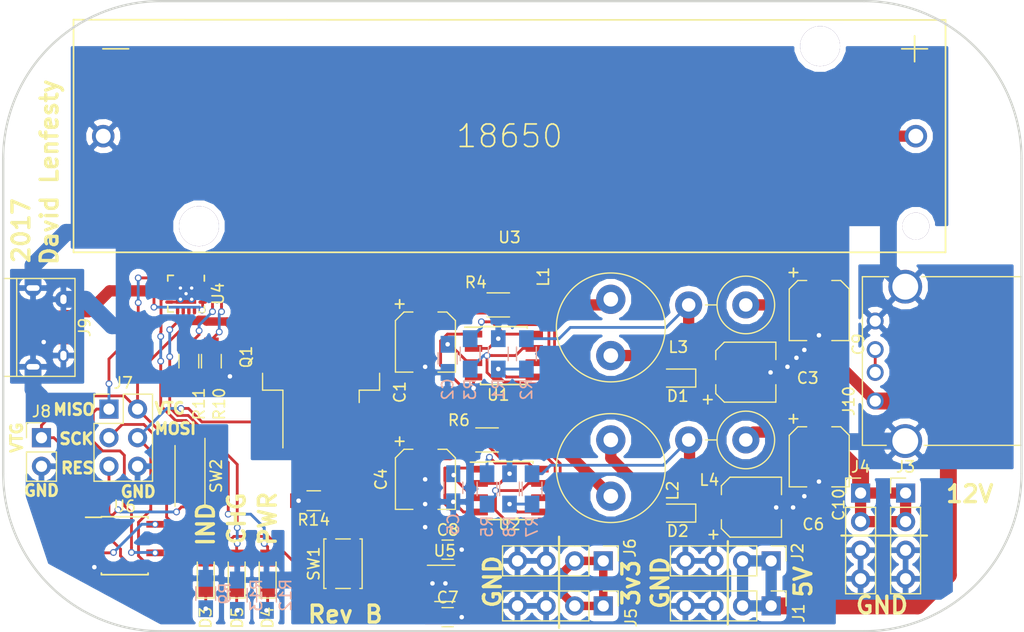
<source format=kicad_pcb>
(kicad_pcb (version 4) (host pcbnew 4.0.7)
  (layers (0 F.Cu signal) (31 B.Cu signal) (34 B.Paste user) (35 F.Paste user) (36 B.SilkS user) (37 F.SilkS user) (38 B.Mask user) (39 F.Mask user) (44 Edge.Cuts user))
  (net 0 "")
  (net 1 "Net-(C1-Pad1)")
  (net 2 Earth)
  (net 3 "Net-(C2-Pad1)")
  (net 4 +5V)
  (net 5 "Net-(C5-Pad1)")
  (net 6 +12V)
  (net 7 +3V3)
  (net 8 "Net-(D1-Pad2)")
  (net 9 "Net-(D2-Pad2)")
  (net 10 "Net-(D3-Pad1)")
  (net 11 Cutoff)
  (net 12 "Net-(D4-Pad1)")
  (net 13 "Net-(D5-Pad1)")
  (net 14 /MISO)
  (net 15 OUT)
  (net 16 /SCK)
  (net 17 /~RES)
  (net 18 "Net-(J9-Pad1)")
  (net 19 "Net-(J9-Pad2)")
  (net 20 "Net-(J9-Pad3)")
  (net 21 "Net-(J9-Pad4)")
  (net 22 "Net-(J10-Pad2)")
  (net 23 "Net-(L1-Pad2)")
  (net 24 "Net-(L2-Pad2)")
  (net 25 "Net-(R1-Pad1)")
  (net 26 "Net-(R3-Pad1)")
  (net 27 "Net-(R5-Pad1)")
  (net 28 "Net-(R7-Pad2)")
  (net 29 "Net-(R10-Pad1)")
  (net 30 "Net-(R11-Pad1)")
  (net 31 BAT)
  (net 32 "Net-(U4-Pad12)")
  (net 33 "Net-(U4-Pad14)")
  (net 34 "Net-(U4-Pad15)")
  (net 35 "Net-(U5-Pad4)")
  (net 36 "Net-(C3-Pad1)")
  (net 37 "Net-(C6-Pad1)")
  (net 38 /PGOOD)
  (net 39 /CHG)
  (net 40 /IND)
  (net 41 "Net-(R14-Pad1)")
  (module Housings_SOIC:SOIC-8_3.9x4.9mm_Pitch1.27mm (layer F.Cu) (at 131 85.5)
    (fp_text reference U2 (at 0 3) (layer F.SilkS))
    (fp_text value MC34063)
    (pad 1 smd rect (at -2.7 -1.905) (size 1.55 0.6) (layers F.Cu F.Paste F.Mask) (net 9 "Net-(D2-Pad2)"))
    (pad 2 smd rect (at -2.7 -0.635) (size 1.55 0.6) (layers F.Cu F.Paste F.Mask) (net 2 Earth))
    (pad 3 smd rect (at -2.7 0.635) (size 1.55 0.6) (layers F.Cu F.Paste F.Mask) (net 5 "Net-(C5-Pad1)"))
    (pad 4 smd rect (at -2.7 1.905) (size 1.55 0.6) (layers F.Cu F.Paste F.Mask) (net 2 Earth))
    (pad 5 smd rect (at 2.7 1.905) (size 1.55 0.6) (layers F.Cu F.Paste F.Mask) (net 28 "Net-(R7-Pad2)"))
    (pad 6 smd rect (at 2.7 0.635) (size 1.55 0.6) (layers F.Cu F.Paste F.Mask) (net 1 "Net-(C1-Pad1)"))
    (pad 7 smd rect (at 2.7 -0.635) (size 1.55 0.6) (layers F.Cu F.Paste F.Mask) (net 24 "Net-(L2-Pad2)"))
    (pad 8 smd rect (at 2.7 -1.905) (size 1.55 0.6) (layers F.Cu F.Paste F.Mask) (net 27 "Net-(R5-Pad1)"))
  )
  (module Capacitors_SMD:CP_Elec_5x5.3 (layer F.Cu) (at 123.5 72.3 270)
    (fp_text reference C1 (at 4.45 2.25 270) (layer F.SilkS))
    (fp_text value 100uF)
    (fp_text user + (at -3.38 2.34 270) (layer F.SilkS))
    (pad 1 smd rect (at -2.2 0 90) (size 3 1.6) (layers F.Cu F.Paste F.Mask) (net 1 "Net-(C1-Pad1)"))
    (pad 2 smd rect (at 2.2 0 90) (size 3 1.6) (layers F.Cu F.Paste F.Mask) (net 2 Earth))
  )
  (module Capacitors_SMD:C_0805_HandSoldering (layer B.Cu) (at 125.5 73.75 270)
    (fp_text reference C2 (at 2.75 0 270) (layer B.SilkS) (effects (justify mirror)))
    (fp_text value Ct)
    (pad 1 smd rect (at -1.25 0 270) (size 1.5 1.25) (layers B.Cu B.Paste B.Mask) (net 3 "Net-(C2-Pad1)"))
    (pad 2 smd rect (at 1.25 0 270) (size 1.5 1.25) (layers B.Cu B.Paste B.Mask) (net 2 Earth))
  )
  (module Capacitors_SMD:CP_Elec_5x5.3 (layer F.Cu) (at 152 75)
    (fp_text reference C3 (at 5.5 0.5) (layer F.SilkS))
    (fp_text value Co)
    (fp_text user + (at -3.38 2.34) (layer F.SilkS))
    (pad 1 smd rect (at -2.2 0 180) (size 3 1.6) (layers F.Cu F.Paste F.Mask) (net 36 "Net-(C3-Pad1)"))
    (pad 2 smd rect (at 2.2 0 180) (size 3 1.6) (layers F.Cu F.Paste F.Mask) (net 2 Earth))
  )
  (module Capacitors_SMD:CP_Elec_5x5.3 (layer F.Cu) (at 123.5 84.5 270)
    (fp_text reference C4 (at 0 3.92 270) (layer F.SilkS))
    (fp_text value 100uF)
    (fp_text user + (at -3.38 2.34 270) (layer F.SilkS))
    (pad 1 smd rect (at -2.2 0 90) (size 3 1.6) (layers F.Cu F.Paste F.Mask) (net 1 "Net-(C1-Pad1)"))
    (pad 2 smd rect (at 2.2 0 90) (size 3 1.6) (layers F.Cu F.Paste F.Mask) (net 2 Earth))
  )
  (module Capacitors_SMD:C_0805_HandSoldering (layer B.Cu) (at 126 85.25 270)
    (fp_text reference C5 (at 3.25 0 270) (layer B.SilkS) (effects (justify mirror)))
    (fp_text value Ct)
    (pad 1 smd rect (at -1.25 0 270) (size 1.5 1.25) (layers B.Cu B.Paste B.Mask) (net 5 "Net-(C5-Pad1)"))
    (pad 2 smd rect (at 1.25 0 270) (size 1.5 1.25) (layers B.Cu B.Paste B.Mask) (net 2 Earth))
  )
  (module Capacitors_SMD:CP_Elec_5x5.3 (layer F.Cu) (at 152.5 87)
    (fp_text reference C6 (at 5.5 1.5) (layer F.SilkS))
    (fp_text value Co)
    (fp_text user + (at -3.38 2.34) (layer F.SilkS))
    (pad 1 smd rect (at -2.2 0 180) (size 3 1.6) (layers F.Cu F.Paste F.Mask) (net 37 "Net-(C6-Pad1)"))
    (pad 2 smd rect (at 2.2 0 180) (size 3 1.6) (layers F.Cu F.Paste F.Mask) (net 2 Earth))
  )
  (module Capacitors_SMD:C_0805_HandSoldering (layer F.Cu) (at 125.5 96.75)
    (fp_text reference C7 (at 0 -1.75) (layer F.SilkS))
    (fp_text value 1uF)
    (pad 1 smd rect (at -1.25 0) (size 1.5 1.25) (layers F.Cu F.Paste F.Mask) (net 1 "Net-(C1-Pad1)"))
    (pad 2 smd rect (at 1.25 0) (size 1.5 1.25) (layers F.Cu F.Paste F.Mask) (net 2 Earth))
  )
  (module Capacitors_SMD:C_0805_HandSoldering (layer F.Cu) (at 125.5 90.75)
    (fp_text reference C8 (at 0 -1.75) (layer F.SilkS))
    (fp_text value 1uF)
    (pad 1 smd rect (at -1.25 0) (size 1.5 1.25) (layers F.Cu F.Paste F.Mask) (net 7 +3V3))
    (pad 2 smd rect (at 1.25 0) (size 1.5 1.25) (layers F.Cu F.Paste F.Mask) (net 2 Earth))
  )
  (module Capacitors_SMD:CP_Elec_5x5.3 (layer F.Cu) (at 158.5 69.5 270)
    (fp_text reference C9 (at 3 -3.5 270) (layer F.SilkS))
    (fp_text value Cfilter)
    (fp_text user + (at -3.38 2.34 270) (layer F.SilkS))
    (pad 1 smd rect (at -2.2 0 90) (size 3 1.6) (layers F.Cu F.Paste F.Mask) (net 4 +5V))
    (pad 2 smd rect (at 2.2 0 90) (size 3 1.6) (layers F.Cu F.Paste F.Mask) (net 2 Earth))
  )
  (module Capacitors_SMD:CP_Elec_5x5.3 (layer F.Cu) (at 158.5 82.5 270)
    (fp_text reference C10 (at 4.25 -1.75 270) (layer F.SilkS))
    (fp_text value Cfilter)
    (fp_text user + (at -3.38 2.34 270) (layer F.SilkS))
    (pad 1 smd rect (at -2.2 0 90) (size 3 1.6) (layers F.Cu F.Paste F.Mask) (net 6 +12V))
    (pad 2 smd rect (at 2.2 0 90) (size 3 1.6) (layers F.Cu F.Paste F.Mask) (net 2 Earth))
  )
  (module Diodes_SMD:D_0805 (layer F.Cu) (at 145.95 75.5 180)
    (fp_text reference D1 (at 0 -1.6 180) (layer F.SilkS))
    (fp_text value 1N5819)
    (pad 1 smd rect (at -1.05 0 180) (size 0.8 0.9) (layers F.Cu F.Paste F.Mask) (net 36 "Net-(C3-Pad1)"))
    (pad 2 smd rect (at 1.05 0 180) (size 0.8 0.9) (layers F.Cu F.Paste F.Mask) (net 8 "Net-(D1-Pad2)"))
  )
  (module Diodes_SMD:D_0805 (layer F.Cu) (at 145.95 87.5 180)
    (fp_text reference D2 (at 0 -1.6 180) (layer F.SilkS))
    (fp_text value 1N5819)
    (pad 1 smd rect (at -1.05 0 180) (size 0.8 0.9) (layers F.Cu F.Paste F.Mask) (net 37 "Net-(C6-Pad1)"))
    (pad 2 smd rect (at 1.05 0 180) (size 0.8 0.9) (layers F.Cu F.Paste F.Mask) (net 9 "Net-(D2-Pad2)"))
  )
  (module LEDs:LED_0805_HandSoldering (layer F.Cu) (at 104 92.85 90)
    (fp_text reference D3 (at -3.95 0 90) (layer F.SilkS))
    (fp_text value LED)
    (pad 1 smd rect (at -1.35 0 90) (size 1.5 1.3) (layers F.Cu F.Paste F.Mask) (net 10 "Net-(D3-Pad1)"))
    (pad 2 smd rect (at 1.35 0 90) (size 1.5 1.3) (layers F.Cu F.Paste F.Mask) (net 40 /IND))
  )
  (module LEDs:LED_0805_HandSoldering (layer F.Cu) (at 109.5 92.85 90)
    (fp_text reference D4 (at -3.95 0 90) (layer F.SilkS))
    (fp_text value LED)
    (pad 1 smd rect (at -1.35 0 90) (size 1.5 1.3) (layers F.Cu F.Paste F.Mask) (net 12 "Net-(D4-Pad1)"))
    (pad 2 smd rect (at 1.35 0 90) (size 1.5 1.3) (layers F.Cu F.Paste F.Mask) (net 38 /PGOOD))
  )
  (module LEDs:LED_0805_HandSoldering (layer F.Cu) (at 106.75 92.85 90)
    (fp_text reference D5 (at -3.95 0.05 90) (layer F.SilkS))
    (fp_text value LED)
    (pad 1 smd rect (at -1.35 0 90) (size 1.5 1.3) (layers F.Cu F.Paste F.Mask) (net 13 "Net-(D5-Pad1)"))
    (pad 2 smd rect (at 1.35 0 90) (size 1.5 1.3) (layers F.Cu F.Paste F.Mask) (net 39 /CHG))
  )
  (module Pin_Headers:Pin_Header_Straight_1x04_Pitch2.54mm (layer F.Cu) (at 154.25 95.75 270)
    (fp_text reference J1 (at 0.65 -2.45 270) (layer F.SilkS))
    (fp_text value Conn_01x04_Male)
    (pad 1 thru_hole rect (at 0 0 270) (size 1.7 1.7) (drill 1) (layers *.Cu *.Mask) (net 4 +5V))
    (pad 2 thru_hole oval (at 0 2.54 270) (size 1.7 1.7) (drill 1) (layers *.Cu *.Mask) (net 4 +5V))
    (pad 3 thru_hole oval (at 0 5.08 270) (size 1.7 1.7) (drill 1) (layers *.Cu *.Mask) (net 2 Earth))
    (pad 4 thru_hole oval (at 0 7.62 270) (size 1.7 1.7) (drill 1) (layers *.Cu *.Mask) (net 2 Earth))
  )
  (module Pin_Headers:Pin_Header_Straight_1x02_Pitch2.54mm (layer F.Cu) (at 89.4 80.8)
    (fp_text reference J8 (at 0 -2.33) (layer F.SilkS))
    (fp_text value Conn_01x02)
    (pad 1 thru_hole rect (at 0 0) (size 1.7 1.7) (drill 1) (layers *.Cu *.Mask) (net 15 OUT))
    (pad 2 thru_hole oval (at 0 2.54) (size 1.7 1.7) (drill 1) (layers *.Cu *.Mask) (net 2 Earth))
  )
  (module Connectors:USB_Micro-B (layer F.Cu) (at 90 71 270)
    (fp_text reference J9 (at 0 -3.24 270) (layer F.SilkS))
    (fp_text value USB_OTG)
    (pad 1 smd rect (at -1.3 -1.35) (size 1.35 0.4) (layers F.Cu F.Paste F.Mask) (net 18 "Net-(J9-Pad1)"))
    (pad 2 smd rect (at -0.65 -1.35) (size 1.35 0.4) (layers F.Cu F.Paste F.Mask) (net 19 "Net-(J9-Pad2)"))
    (pad 3 smd rect (at 0 -1.35) (size 1.35 0.4) (layers F.Cu F.Paste F.Mask) (net 20 "Net-(J9-Pad3)"))
    (pad 4 smd rect (at 0.65 -1.35) (size 1.35 0.4) (layers F.Cu F.Paste F.Mask) (net 21 "Net-(J9-Pad4)"))
    (pad 5 smd rect (at 1.3 -1.35) (size 1.35 0.4) (layers F.Cu F.Paste F.Mask) (net 2 Earth))
    (pad 6 thru_hole oval (at -2.5 -1.35) (size 0.95 1.25) (drill oval 0.55 0.85) (layers *.Cu *.Mask) (net 2 Earth))
    (pad 6 thru_hole oval (at 2.5 -1.35) (size 0.95 1.25) (drill oval 0.55 0.85) (layers *.Cu *.Mask) (net 2 Earth))
    (pad 6 thru_hole oval (at -3.5 1.35) (size 1.55 1) (drill oval 1.15 0.5) (layers *.Cu *.Mask) (net 2 Earth))
    (pad 6 thru_hole oval (at 3.5 1.35) (size 1.55 1) (drill oval 1.15 0.5) (layers *.Cu *.Mask) (net 2 Earth))
  )
  (module Connectors:USB_A (layer F.Cu) (at 163.5 77.54 90)
    (fp_text reference J10 (at 0 -2.35 90) (layer F.SilkS))
    (fp_text value USB_A)
    (pad 4 thru_hole circle (at 7.11 0) (size 1.5 1.5) (drill 1) (layers *.Cu *.Mask) (net 2 Earth))
    (pad 3 thru_hole circle (at 4.57 0) (size 1.5 1.5) (drill 1) (layers *.Cu *.Mask) (net 22 "Net-(J10-Pad2)"))
    (pad 2 thru_hole circle (at 2.54 0) (size 1.5 1.5) (drill 1) (layers *.Cu *.Mask) (net 22 "Net-(J10-Pad2)"))
    (pad 1 thru_hole circle (at 0 0) (size 1.5 1.5) (drill 1) (layers *.Cu *.Mask) (net 4 +5V))
    (pad 5 thru_hole circle (at 10.16 2.67) (size 3 3) (drill 2.3) (layers *.Cu *.Mask) (net 2 Earth))
    (pad 5 thru_hole circle (at -3.56 2.67) (size 3 3) (drill 2.3) (layers *.Cu *.Mask) (net 2 Earth))
  )
  (module Inductors_THT:L_Radial_D9.5mm_P5.00mm_Fastron_07HVP (layer F.Cu) (at 140 73.5 90)
    (fp_text reference L1 (at 7 -6 90) (layer F.SilkS))
    (fp_text value L)
    (pad 1 thru_hole circle (at 0 0 90) (size 2.6 2.6) (drill 1.3) (layers *.Cu *.Mask) (net 8 "Net-(D1-Pad2)"))
    (pad 2 thru_hole circle (at 5 0 90) (size 2.6 2.6) (drill 1.3) (layers *.Cu *.Mask) (net 23 "Net-(L1-Pad2)"))
  )
  (module Inductors_THT:L_Radial_D9.5mm_P5.00mm_Fastron_07HVP (layer F.Cu) (at 140 81 270)
    (fp_text reference L2 (at 4.5 -5.5 270) (layer F.SilkS))
    (fp_text value L)
    (pad 1 thru_hole circle (at 0 0 270) (size 2.6 2.6) (drill 1.3) (layers *.Cu *.Mask) (net 9 "Net-(D2-Pad2)"))
    (pad 2 thru_hole circle (at 5 0 270) (size 2.6 2.6) (drill 1.3) (layers *.Cu *.Mask) (net 24 "Net-(L2-Pad2)"))
  )
  (module Inductors_THT:L_Axial_L12.0mm_D5.0mm_P5.08mm_Vertical_Fastron_MISC (layer F.Cu) (at 152 69 180)
    (fp_text reference L3 (at 6 -3.75 180) (layer F.SilkS))
    (fp_text value 1uH)
    (pad 1 thru_hole circle (at 0 0 180) (size 2.4 2.4) (drill 1.2) (layers *.Cu *.Mask) (net 4 +5V))
    (pad 2 thru_hole oval (at 5.08 0 180) (size 2.4 2.4) (drill 1.2) (layers *.Cu *.Mask) (net 36 "Net-(C3-Pad1)"))
  )
  (module Inductors_THT:L_Axial_L12.0mm_D5.0mm_P5.08mm_Vertical_Fastron_MISC (layer F.Cu) (at 152 81 180)
    (fp_text reference L4 (at 3.25 -3.56 180) (layer F.SilkS))
    (fp_text value 1uH)
    (pad 1 thru_hole circle (at 0 0 180) (size 2.4 2.4) (drill 1.2) (layers *.Cu *.Mask) (net 6 +12V))
    (pad 2 thru_hole oval (at 5.08 0 180) (size 2.4 2.4) (drill 1.2) (layers *.Cu *.Mask) (net 37 "Net-(C6-Pad1)"))
  )
  (module TO_SOT_Packages_SMD:TO-263-2 (layer F.Cu) (at 114.25 73.625 90)
    (fp_text reference Q1 (at 0 -6.65 90) (layer F.SilkS))
    (fp_text value Q_PMOS_GDS)
    (pad 1 smd rect (at -5.775 -2.54 90) (size 4.6 1.1) (layers F.Cu F.Paste F.Mask) (net 11 Cutoff))
    (pad 3 smd rect (at -5.775 2.54 90) (size 4.6 1.1) (layers F.Cu F.Paste F.Mask) (net 1 "Net-(C1-Pad1)"))
    (pad 2 smd rect (at 3.375 0 90) (size 9.4 10.8) (layers F.Cu F.Mask) (net 15 OUT))
    (pad 2 smd rect (at 5.8 2.775 90) (size 4.55 5.25) (layers F.Cu F.Paste) (net 15 OUT))
    (pad 2 smd rect (at 0.95 -2.775 90) (size 4.55 5.25) (layers F.Cu F.Paste) (net 15 OUT))
    (pad 2 smd rect (at 5.8 -2.775 90) (size 4.55 5.25) (layers F.Cu F.Paste) (net 15 OUT))
    (pad 2 smd rect (at 0.95 2.775 90) (size 4.55 5.25) (layers F.Cu F.Paste) (net 15 OUT))
  )
  (module Resistors_SMD:R_0805_HandSoldering (layer B.Cu) (at 130 73.35 90)
    (fp_text reference R1 (at -3.15 0 90) (layer B.SilkS) (effects (justify mirror)))
    (fp_text value R1)
    (pad 1 smd rect (at -1.35 0 90) (size 1.5 1.3) (layers B.Cu B.Paste B.Mask) (net 25 "Net-(R1-Pad1)"))
    (pad 2 smd rect (at 1.35 0 90) (size 1.5 1.3) (layers B.Cu B.Paste B.Mask) (net 2 Earth))
  )
  (module Resistors_SMD:R_0805_HandSoldering (layer B.Cu) (at 132.5 73.35 270)
    (fp_text reference R2 (at 3.15 0 270) (layer B.SilkS) (effects (justify mirror)))
    (fp_text value R2)
    (pad 1 smd rect (at -1.35 0 270) (size 1.5 1.3) (layers B.Cu B.Paste B.Mask) (net 36 "Net-(C3-Pad1)"))
    (pad 2 smd rect (at 1.35 0 270) (size 1.5 1.3) (layers B.Cu B.Paste B.Mask) (net 25 "Net-(R1-Pad1)"))
  )
  (module Resistors_SMD:R_0805_HandSoldering (layer B.Cu) (at 127.5 73.35 270)
    (fp_text reference R3 (at 3.15 0 270) (layer B.SilkS) (effects (justify mirror)))
    (fp_text value 180)
    (pad 1 smd rect (at -1.35 0 270) (size 1.5 1.3) (layers B.Cu B.Paste B.Mask) (net 26 "Net-(R3-Pad1)"))
    (pad 2 smd rect (at 1.35 0 270) (size 1.5 1.3) (layers B.Cu B.Paste B.Mask) (net 23 "Net-(L1-Pad2)"))
  )
  (module Resistors_SMD:R_1206_HandSoldering (layer F.Cu) (at 130 69 180)
    (fp_text reference R4 (at 2 2 180) (layer F.SilkS))
    (fp_text value Rsc)
    (pad 1 smd rect (at -2 0 180) (size 2 1.7) (layers F.Cu F.Paste F.Mask) (net 23 "Net-(L1-Pad2)"))
    (pad 2 smd rect (at 2 0 180) (size 2 1.7) (layers F.Cu F.Paste F.Mask) (net 1 "Net-(C1-Pad1)"))
  )
  (module Resistors_SMD:R_0805_HandSoldering (layer B.Cu) (at 129 85.35 270)
    (fp_text reference R5 (at 3.35 0 270) (layer B.SilkS) (effects (justify mirror)))
    (fp_text value 180)
    (pad 1 smd rect (at -1.35 0 270) (size 1.5 1.3) (layers B.Cu B.Paste B.Mask) (net 27 "Net-(R5-Pad1)"))
    (pad 2 smd rect (at 1.35 0 270) (size 1.5 1.3) (layers B.Cu B.Paste B.Mask) (net 24 "Net-(L2-Pad2)"))
  )
  (module Resistors_SMD:R_1206_HandSoldering (layer F.Cu) (at 129 81 180)
    (fp_text reference R6 (at 2.5 1.75 180) (layer F.SilkS))
    (fp_text value Rsc)
    (pad 1 smd rect (at -2 0 180) (size 2 1.7) (layers F.Cu F.Paste F.Mask) (net 24 "Net-(L2-Pad2)"))
    (pad 2 smd rect (at 2 0 180) (size 2 1.7) (layers F.Cu F.Paste F.Mask) (net 1 "Net-(C1-Pad1)"))
  )
  (module Resistors_SMD:R_0805_HandSoldering (layer B.Cu) (at 133 85.35 270)
    (fp_text reference R7 (at 3.35 0 270) (layer B.SilkS) (effects (justify mirror)))
    (fp_text value R2)
    (pad 1 smd rect (at -1.35 0 270) (size 1.5 1.3) (layers B.Cu B.Paste B.Mask) (net 37 "Net-(C6-Pad1)"))
    (pad 2 smd rect (at 1.35 0 270) (size 1.5 1.3) (layers B.Cu B.Paste B.Mask) (net 28 "Net-(R7-Pad2)"))
  )
  (module Resistors_SMD:R_0805_HandSoldering (layer B.Cu) (at 131 85.35 90)
    (fp_text reference R8 (at -3.35 0 90) (layer B.SilkS) (effects (justify mirror)))
    (fp_text value R1)
    (pad 1 smd rect (at -1.35 0 90) (size 1.5 1.3) (layers B.Cu B.Paste B.Mask) (net 28 "Net-(R7-Pad2)"))
    (pad 2 smd rect (at 1.35 0 90) (size 1.5 1.3) (layers B.Cu B.Paste B.Mask) (net 2 Earth))
  )
  (module Resistors_SMD:R_0805_HandSoldering (layer B.Cu) (at 104 94.65 90)
    (fp_text reference R9 (at 0 1.7 90) (layer B.SilkS) (effects (justify mirror)))
    (fp_text value 499)
    (pad 1 smd rect (at -1.35 0 90) (size 1.5 1.3) (layers B.Cu B.Paste B.Mask) (net 10 "Net-(D3-Pad1)"))
    (pad 2 smd rect (at 1.35 0 90) (size 1.5 1.3) (layers B.Cu B.Paste B.Mask) (net 2 Earth))
  )
  (module Resistors_SMD:R_0805_HandSoldering (layer F.Cu) (at 104.5 74 270)
    (fp_text reference R10 (at 3.8 -0.7 270) (layer F.SilkS))
    (fp_text value 10K)
    (pad 1 smd rect (at -1.35 0 270) (size 1.5 1.3) (layers F.Cu F.Paste F.Mask) (net 29 "Net-(R10-Pad1)"))
    (pad 2 smd rect (at 1.35 0 270) (size 1.5 1.3) (layers F.Cu F.Paste F.Mask) (net 2 Earth))
  )
  (module Resistors_SMD:R_0805_HandSoldering (layer F.Cu) (at 102.5 74 270)
    (fp_text reference R11 (at 3.8 -0.9 270) (layer F.SilkS))
    (fp_text value ISET)
    (pad 1 smd rect (at -1.35 0 270) (size 1.5 1.3) (layers F.Cu F.Paste F.Mask) (net 30 "Net-(R11-Pad1)"))
    (pad 2 smd rect (at 1.35 0 270) (size 1.5 1.3) (layers F.Cu F.Paste F.Mask) (net 2 Earth))
  )
  (module Resistors_SMD:R_0805_HandSoldering (layer B.Cu) (at 109.4 94.8 90)
    (fp_text reference R12 (at 0 1.7 90) (layer B.SilkS) (effects (justify mirror)))
    (fp_text value 499)
    (pad 1 smd rect (at -1.35 0 90) (size 1.5 1.3) (layers B.Cu B.Paste B.Mask) (net 12 "Net-(D4-Pad1)"))
    (pad 2 smd rect (at 1.35 0 90) (size 1.5 1.3) (layers B.Cu B.Paste B.Mask) (net 2 Earth))
  )
  (module Resistors_SMD:R_0805_HandSoldering (layer B.Cu) (at 106.8 94.8 90)
    (fp_text reference R13 (at 0 1.7 90) (layer B.SilkS) (effects (justify mirror)))
    (fp_text value 499)
    (pad 1 smd rect (at -1.35 0 90) (size 1.5 1.3) (layers B.Cu B.Paste B.Mask) (net 13 "Net-(D5-Pad1)"))
    (pad 2 smd rect (at 1.35 0 90) (size 1.5 1.3) (layers B.Cu B.Paste B.Mask) (net 2 Earth))
  )
  (module Housings_SOIC:SOIC-8_3.9x4.9mm_Pitch1.27mm (layer F.Cu) (at 130.5 73.5)
    (fp_text reference U1 (at -0.5 3.5) (layer F.SilkS))
    (fp_text value MC34063)
    (pad 1 smd rect (at -2.7 -1.905) (size 1.55 0.6) (layers F.Cu F.Paste F.Mask) (net 8 "Net-(D1-Pad2)"))
    (pad 2 smd rect (at -2.7 -0.635) (size 1.55 0.6) (layers F.Cu F.Paste F.Mask) (net 2 Earth))
    (pad 3 smd rect (at -2.7 0.635) (size 1.55 0.6) (layers F.Cu F.Paste F.Mask) (net 3 "Net-(C2-Pad1)"))
    (pad 4 smd rect (at -2.7 1.905) (size 1.55 0.6) (layers F.Cu F.Paste F.Mask) (net 2 Earth))
    (pad 5 smd rect (at 2.7 1.905) (size 1.55 0.6) (layers F.Cu F.Paste F.Mask) (net 25 "Net-(R1-Pad1)"))
    (pad 6 smd rect (at 2.7 0.635) (size 1.55 0.6) (layers F.Cu F.Paste F.Mask) (net 1 "Net-(C1-Pad1)"))
    (pad 7 smd rect (at 2.7 -0.635) (size 1.55 0.6) (layers F.Cu F.Paste F.Mask) (net 23 "Net-(L1-Pad2)"))
    (pad 8 smd rect (at 2.7 -1.905) (size 1.55 0.6) (layers F.Cu F.Paste F.Mask) (net 26 "Net-(R3-Pad1)"))
  )
  (module cust_footprints:KeyElco-1043P (layer F.Cu) (at 131 54)
    (fp_text reference U3 (at 0 9) (layer F.SilkS))
    (fp_text value KeyElco-1043P)
    (fp_text user 18650 (at 0 0) (layer F.SilkS) (effects (font (size 2 2))))
    (fp_text user - (at -35 -8) (layer F.SilkS) (effects (font (size 3 3))))
    (fp_text user + (at 36 -8) (layer F.SilkS) (effects (font (size 3 3))))
    (pad 1 thru_hole circle (at 36.11 0) (size 2 2) (drill 1.32) (layers *.Cu *.Mask) (net 31 BAT))
    (pad 2 thru_hole circle (at -36.11 0) (size 2 2) (drill 1.32) (layers *.Cu *.Mask) (net 2 Earth))
    (pad ~ thru_hole circle (at 27.6 -8) (size 3.55 3.55) (drill 3.55) (layers *.Cu *.Mask))
    (pad ~ thru_hole circle (at -27.6 8) (size 3.55 3.55) (drill 3.55) (layers *.Cu *.Mask))
    (pad 3 thru_hole circle (at 36.11 8) (size 2.39 2.39) (drill 2.39) (layers *.Cu *.Mask))
  )
  (module Housings_DFN_QFN:QFN-16-1EP_3x3mm_Pitch0.5mm_ThermalVias (layer F.Cu) (at 102.25 68 270)
    (fp_text reference U4 (at 0 -2.85 270) (layer F.SilkS))
    (fp_text value BQ24230)
    (pad 1 smd oval (at -1.475 -0.75 270) (size 0.75 0.3) (layers F.Cu F.Paste F.Mask) (net 29 "Net-(R10-Pad1)"))
    (pad 2 smd oval (at -1.475 -0.25 270) (size 0.75 0.3) (layers F.Cu F.Paste F.Mask) (net 31 BAT))
    (pad 3 smd oval (at -1.475 0.25 270) (size 0.75 0.3) (layers F.Cu F.Paste F.Mask) (net 31 BAT))
    (pad 4 smd oval (at -1.475 0.75 270) (size 0.75 0.3) (layers F.Cu F.Paste F.Mask) (net 14 /MISO))
    (pad 5 smd oval (at -0.75 1.475) (size 0.75 0.3) (layers F.Cu F.Paste F.Mask) (net 2 Earth))
    (pad 6 smd oval (at -0.25 1.475) (size 0.75 0.3) (layers F.Cu F.Paste F.Mask) (net 18 "Net-(J9-Pad1)"))
    (pad 7 smd oval (at 0.25 1.475) (size 0.75 0.3) (layers F.Cu F.Paste F.Mask) (net 38 /PGOOD))
    (pad 8 smd oval (at 0.75 1.475) (size 0.75 0.3) (layers F.Cu F.Paste F.Mask) (net 2 Earth))
    (pad 9 smd oval (at 1.475 0.75 270) (size 0.75 0.3) (layers F.Cu F.Paste F.Mask) (net 39 /CHG))
    (pad 10 smd oval (at 1.475 0.25 270) (size 0.75 0.3) (layers F.Cu F.Paste F.Mask) (net 15 OUT))
    (pad 11 smd oval (at 1.475 -0.25 270) (size 0.75 0.3) (layers F.Cu F.Paste F.Mask) (net 15 OUT))
    (pad 12 smd oval (at 1.475 -0.75 270) (size 0.75 0.3) (layers F.Cu F.Paste F.Mask) (net 32 "Net-(U4-Pad12)"))
    (pad 13 smd oval (at 0.75 -1.475) (size 0.75 0.3) (layers F.Cu F.Paste F.Mask) (net 18 "Net-(J9-Pad1)"))
    (pad 14 smd oval (at 0.25 -1.475) (size 0.75 0.3) (layers F.Cu F.Paste F.Mask) (net 33 "Net-(U4-Pad14)"))
    (pad 15 smd oval (at -0.25 -1.475) (size 0.75 0.3) (layers F.Cu F.Paste F.Mask) (net 34 "Net-(U4-Pad15)"))
    (pad 16 smd oval (at -0.75 -1.475) (size 0.75 0.3) (layers F.Cu F.Paste F.Mask) (net 30 "Net-(R11-Pad1)"))
    (pad 17 smd rect (at 0.45 0.45 270) (size 0.9 0.9) (layers F.Cu F.Paste F.Mask) (net 2 Earth))
    (pad 17 smd rect (at 0.45 -0.45 270) (size 0.9 0.9) (layers F.Cu F.Paste F.Mask) (net 2 Earth))
    (pad 17 smd rect (at -0.45 0.45 270) (size 0.9 0.9) (layers F.Cu F.Paste F.Mask) (net 2 Earth))
    (pad 17 smd rect (at -0.45 -0.45 270) (size 0.9 0.9) (layers F.Cu F.Paste F.Mask) (net 2 Earth))
    (pad 17 thru_hole circle (at 0 0 270) (size 0.6 0.6) (drill 0.3) (layers *.Cu) (net 2 Earth))
    (pad 17 thru_hole circle (at -0.5 -0.5 270) (size 0.6 0.6) (drill 0.3) (layers *.Cu) (net 2 Earth))
    (pad 17 thru_hole circle (at 0.5 -0.5 270) (size 0.6 0.6) (drill 0.3) (layers *.Cu) (net 2 Earth))
    (pad 17 thru_hole circle (at 0.5 0.5 270) (size 0.6 0.6) (drill 0.3) (layers *.Cu) (net 2 Earth))
    (pad 17 thru_hole circle (at -0.5 0.5 270) (size 0.6 0.6) (drill 0.3) (layers *.Cu) (net 2 Earth))
  )
  (module TO_SOT_Packages_SMD:SOT-23-5 (layer F.Cu) (at 125.25 93.75)
    (fp_text reference U5 (at 0 -2.9) (layer F.SilkS))
    (fp_text value AP2127K-3.3TRG1)
    (pad 1 smd rect (at -1.1 -0.95) (size 1.06 0.65) (layers F.Cu F.Paste F.Mask) (net 1 "Net-(C1-Pad1)"))
    (pad 2 smd rect (at -1.1 0) (size 1.06 0.65) (layers F.Cu F.Paste F.Mask) (net 2 Earth))
    (pad 3 smd rect (at -1.1 0.95) (size 1.06 0.65) (layers F.Cu F.Paste F.Mask) (net 1 "Net-(C1-Pad1)"))
    (pad 4 smd rect (at 1.1 0.95) (size 1.06 0.65) (layers F.Cu F.Paste F.Mask) (net 35 "Net-(U5-Pad4)"))
    (pad 5 smd rect (at 1.1 -0.95) (size 1.06 0.65) (layers F.Cu F.Paste F.Mask) (net 7 +3V3))
  )
  (module Housings_SOIC:SOIC-8_3.9x4.9mm_Pitch1.27mm (layer F.Cu) (at 96.8 90.4)
    (fp_text reference U6 (at 0 -3.5) (layer F.SilkS))
    (fp_text value ATTINY45-20SU)
    (pad 1 smd rect (at -2.7 -1.905) (size 1.55 0.6) (layers F.Cu F.Paste F.Mask) (net 17 /~RES))
    (pad 2 smd rect (at -2.7 -0.635) (size 1.55 0.6) (layers F.Cu F.Paste F.Mask) (net 40 /IND))
    (pad 3 smd rect (at -2.7 0.635) (size 1.55 0.6) (layers F.Cu F.Paste F.Mask) (net 15 OUT))
    (pad 4 smd rect (at -2.7 1.905) (size 1.55 0.6) (layers F.Cu F.Paste F.Mask) (net 2 Earth))
    (pad 5 smd rect (at 2.7 1.905) (size 1.55 0.6) (layers F.Cu F.Paste F.Mask) (net 11 Cutoff))
    (pad 6 smd rect (at 2.7 0.635) (size 1.55 0.6) (layers F.Cu F.Paste F.Mask) (net 14 /MISO))
    (pad 7 smd rect (at 2.7 -0.635) (size 1.55 0.6) (layers F.Cu F.Paste F.Mask) (net 16 /SCK))
    (pad 8 smd rect (at 2.7 -1.905) (size 1.55 0.6) (layers F.Cu F.Paste F.Mask) (net 15 OUT))
  )
  (module Socket_Strips:Socket_Strip_Straight_1x04_Pitch2.54mm (layer F.Cu) (at 154.25 91.75 270)
    (fp_text reference J2 (at -0.75 -2.35 270) (layer F.SilkS))
    (fp_text value Conn_01x04_Female)
    (pad 1 thru_hole rect (at 0 0 270) (size 1.7 1.7) (drill 1) (layers *.Cu *.Mask) (net 4 +5V))
    (pad 2 thru_hole oval (at 0 2.54 270) (size 1.7 1.7) (drill 1) (layers *.Cu *.Mask) (net 4 +5V))
    (pad 3 thru_hole oval (at 0 5.08 270) (size 1.7 1.7) (drill 1) (layers *.Cu *.Mask) (net 2 Earth))
    (pad 4 thru_hole oval (at 0 7.62 270) (size 1.7 1.7) (drill 1) (layers *.Cu *.Mask) (net 2 Earth))
  )
  (module Pin_Headers:Pin_Header_Straight_1x04_Pitch2.54mm (layer F.Cu) (at 166.2 85.72)
    (fp_text reference J3 (at 0 -2.33) (layer F.SilkS))
    (fp_text value Conn_01x04_Male)
    (pad 1 thru_hole rect (at 0 0) (size 1.7 1.7) (drill 1) (layers *.Cu *.Mask) (net 6 +12V))
    (pad 2 thru_hole oval (at 0 2.54) (size 1.7 1.7) (drill 1) (layers *.Cu *.Mask) (net 6 +12V))
    (pad 3 thru_hole oval (at 0 5.08) (size 1.7 1.7) (drill 1) (layers *.Cu *.Mask) (net 2 Earth))
    (pad 4 thru_hole oval (at 0 7.62) (size 1.7 1.7) (drill 1) (layers *.Cu *.Mask) (net 2 Earth))
  )
  (module Socket_Strips:Socket_Strip_Straight_1x04_Pitch2.54mm (layer F.Cu) (at 162.2 85.72)
    (fp_text reference J4 (at 0 -2.33) (layer F.SilkS))
    (fp_text value Conn_01x04_Female)
    (pad 1 thru_hole rect (at 0 0) (size 1.7 1.7) (drill 1) (layers *.Cu *.Mask) (net 6 +12V))
    (pad 2 thru_hole oval (at 0 2.54) (size 1.7 1.7) (drill 1) (layers *.Cu *.Mask) (net 6 +12V))
    (pad 3 thru_hole oval (at 0 5.08) (size 1.7 1.7) (drill 1) (layers *.Cu *.Mask) (net 2 Earth))
    (pad 4 thru_hole oval (at 0 7.62) (size 1.7 1.7) (drill 1) (layers *.Cu *.Mask) (net 2 Earth))
  )
  (module Pin_Headers:Pin_Header_Straight_1x04_Pitch2.54mm (layer F.Cu) (at 139.33 95.75 270)
    (fp_text reference J5 (at 1.05 -2.47 270) (layer F.SilkS))
    (fp_text value Conn_01x04_Male)
    (pad 1 thru_hole rect (at 0 0 270) (size 1.7 1.7) (drill 1) (layers *.Cu *.Mask) (net 7 +3V3))
    (pad 2 thru_hole oval (at 0 2.54 270) (size 1.7 1.7) (drill 1) (layers *.Cu *.Mask) (net 7 +3V3))
    (pad 3 thru_hole oval (at 0 5.08 270) (size 1.7 1.7) (drill 1) (layers *.Cu *.Mask) (net 2 Earth))
    (pad 4 thru_hole oval (at 0 7.62 270) (size 1.7 1.7) (drill 1) (layers *.Cu *.Mask) (net 2 Earth))
  )
  (module Socket_Strips:Socket_Strip_Straight_1x04_Pitch2.54mm (layer F.Cu) (at 139.33 91.75 270)
    (fp_text reference J6 (at -1.15 -2.37 270) (layer F.SilkS))
    (fp_text value Conn_01x04_Female)
    (pad 1 thru_hole rect (at 0 0 270) (size 1.7 1.7) (drill 1) (layers *.Cu *.Mask) (net 7 +3V3))
    (pad 2 thru_hole oval (at 0 2.54 270) (size 1.7 1.7) (drill 1) (layers *.Cu *.Mask) (net 7 +3V3))
    (pad 3 thru_hole oval (at 0 5.08 270) (size 1.7 1.7) (drill 1) (layers *.Cu *.Mask) (net 2 Earth))
    (pad 4 thru_hole oval (at 0 7.62 270) (size 1.7 1.7) (drill 1) (layers *.Cu *.Mask) (net 2 Earth))
  )
  (module Pin_Headers:Pin_Header_Straight_2x03_Pitch2.54mm (layer F.Cu) (at 95.4 78.26)
    (fp_text reference J7 (at 1.27 -2.33) (layer F.SilkS))
    (fp_text value Conn_01x06)
    (pad 1 thru_hole rect (at 0 0) (size 1.7 1.7) (drill 1) (layers *.Cu *.Mask) (net 14 /MISO))
    (pad 2 thru_hole oval (at 2.54 0) (size 1.7 1.7) (drill 1) (layers *.Cu *.Mask) (net 15 OUT))
    (pad 3 thru_hole oval (at 0 2.54) (size 1.7 1.7) (drill 1) (layers *.Cu *.Mask) (net 16 /SCK))
    (pad 4 thru_hole oval (at 2.54 2.54) (size 1.7 1.7) (drill 1) (layers *.Cu *.Mask) (net 11 Cutoff))
    (pad 5 thru_hole oval (at 0 5.08) (size 1.7 1.7) (drill 1) (layers *.Cu *.Mask) (net 17 /~RES))
    (pad 6 thru_hole oval (at 2.54 5.08) (size 1.7 1.7) (drill 1) (layers *.Cu *.Mask) (net 2 Earth))
  )
  (module Resistors_SMD:R_0805_HandSoldering (layer F.Cu) (at 113.6 86.4 180)
    (fp_text reference R14 (at 0 -1.7 180) (layer F.SilkS))
    (fp_text value 10K)
    (pad 1 smd rect (at -1.35 0 180) (size 1.5 1.3) (layers F.Cu F.Paste F.Mask) (net 41 "Net-(R14-Pad1)"))
    (pad 2 smd rect (at 1.35 0 180) (size 1.5 1.3) (layers F.Cu F.Paste F.Mask) (net 2 Earth))
  )
  (module Buttons_Switches_SMD:SW_SPST_PTS810 (layer F.Cu) (at 116.2 92 90)
    (fp_text reference SW1 (at 0 -2.6 90) (layer F.SilkS))
    (fp_text value SW_Push)
    (pad 1 smd rect (at -2.075 -1.075 90) (size 1.05 0.65) (layers F.Cu F.Paste F.Mask) (net 41 "Net-(R14-Pad1)"))
    (pad 1 smd rect (at 2.075 -1.075 90) (size 1.05 0.65) (layers F.Cu F.Paste F.Mask) (net 41 "Net-(R14-Pad1)"))
    (pad 2 smd rect (at -2.075 1.075 90) (size 1.05 0.65) (layers F.Cu F.Paste F.Mask) (net 16 /SCK))
    (pad 2 smd rect (at 2.075 1.075 90) (size 1.05 0.65) (layers F.Cu F.Paste F.Mask) (net 16 /SCK))
  )
  (module Buttons_Switches_SMD:SW_DIP_x1_W5.08mm_Slide_Copal_CHS-A (layer F.Cu) (at 102.6 84.2 270)
    (fp_text reference SW2 (at 0 -2.33 270) (layer F.SilkS))
    (fp_text value SW_DIP_x01)
    (pad 1 smd rect (at -2.54 0 270) (size 1.6 0.76) (layers F.Cu F.Paste F.Mask) (net 15 OUT))
    (pad 2 smd rect (at 2.54 0 270) (size 1.6 0.76) (layers F.Cu F.Paste F.Mask) (net 17 /~RES))
  )
  (gr_text GND (at 89.4 85.5) (layer F.SilkS) (effects (font (size 1 1) (thickness 0.25))))
  (gr_text VTG (at 87.2 80.8 90) (layer F.SilkS) (effects (font (size 1 1) (thickness 0.25))))
  (gr_text MOSI (at 101.3 80) (layer F.SilkS) (effects (font (size 1 1) (thickness 0.25))))
  (gr_text VTG (at 100.8 78.2) (layer F.SilkS) (effects (font (size 1 1) (thickness 0.25))))
  (gr_text GND (at 98 85.6) (layer F.SilkS) (effects (font (size 1 1) (thickness 0.25))))
  (gr_text RES (at 92.6 83.5) (layer F.SilkS) (effects (font (size 1 1) (thickness 0.25))))
  (gr_text SCK (at 92.5 80.9) (layer F.SilkS) (effects (font (size 1 1) (thickness 0.25))))
  (gr_text MISO (at 92.3 78.3) (layer F.SilkS) (effects (font (size 1 1) (thickness 0.25))))
  (gr_line (start 160.5 89.5) (end 168.1 89.5) (layer F.SilkS) (width 0.2))
  (gr_line (start 135.4 89.6) (end 135.4 97.7) (layer F.SilkS) (width 0.2))
  (gr_line (start 150.4 90) (end 150.4 97.4) (layer F.SilkS) (width 0.2))
  (gr_text 12V (at 171.9 85.8) (layer F.SilkS) (effects (font (size 1.5 1.5) (thickness 0.3))))
  (gr_text 5V (at 157.1 93.6 90) (layer F.SilkS) (effects (font (size 1.5 1.5) (thickness 0.3))))
  (gr_text 3v3 (at 141.8 93.7 90) (layer F.SilkS) (effects (font (size 1.5 1.5) (thickness 0.3))))
  (gr_text GND (at 164.1 95.7) (layer F.SilkS) (effects (font (size 1.5 1.5) (thickness 0.3))))
  (gr_text GND (at 129.5 93.6 90) (layer F.SilkS) (effects (font (size 1.5 1.5) (thickness 0.3))))
  (gr_text GND (at 144.4 93.7 90) (layer F.SilkS) (effects (font (size 1.5 1.5) (thickness 0.3))))
  (gr_text "Rev B" (at 116.4 96.5) (layer F.SilkS) (effects (font (size 1.5 1.5) (thickness 0.3))))
  (gr_text 2017 (at 87.6 62.4 90) (layer F.SilkS) (effects (font (size 1.5 1.5) (thickness 0.3))))
  (gr_text "David Lenfesty" (at 90.1 57.2 90) (layer F.SilkS) (effects (font (size 1.5 1.5) (thickness 0.3))))
  (gr_text "PWR\n" (at 109.5 88 90) (layer F.SilkS) (effects (font (size 1.5 1.5) (thickness 0.3))))
  (gr_text CHG (at 106.75 88 90) (layer F.SilkS) (effects (font (size 1.5 1.5) (thickness 0.3))))
  (gr_text IND (at 104 88.5 90) (layer F.SilkS) (effects (font (size 1.5 1.5) (thickness 0.3))))
  (gr_line (start 100 98) (end 162.5 98) (layer Edge.Cuts) (width 0.2))
  (gr_line (start 86 56) (end 86 84) (layer Edge.Cuts) (width 0.2))
  (gr_line (start 176.5 56) (end 176.5 84) (layer Edge.Cuts) (width 0.2))
  (gr_line (start 100 42) (end 162.5 42) (layer Edge.Cuts) (width 0.2))
  (gr_arc (start 100 84) (end 100 98) (angle 90) (layer Edge.Cuts) (width 0.2))
  (gr_arc (start 162.5 84) (end 176.5 84) (angle 89.9) (layer Edge.Cuts) (width 0.2))
  (gr_arc (start 162.5 56) (end 162.5 42) (angle 90) (layer Edge.Cuts) (width 0.2))
  (gr_arc (start 100 56) (end 86 56) (angle 89.9) (layer Edge.Cuts) (width 0.2))
  (segment (start 121.25 76.99) (end 121.2 76.94) (width 1.5) (layer F.Cu) (net 1))
  (segment (start 123.5 70.8) (end 123.5 70.1) (width 1.5) (layer F.Cu) (net 1))
  (segment (start 121.2 76.94) (end 121.2 73.1) (width 1.5) (layer F.Cu) (net 1))
  (segment (start 121.2 73.1) (end 123.5 70.8) (width 1.5) (layer F.Cu) (net 1))
  (segment (start 116.79 79.4) (end 118.84 79.4) (width 1.5) (layer F.Cu) (net 1))
  (segment (start 118.84 79.4) (end 121.25 76.99) (width 1.5) (layer F.Cu) (net 1))
  (segment (start 123.12 92.8) (end 122.827499 92.507499) (width 0.5) (layer F.Cu) (net 1))
  (segment (start 122.827499 92.507499) (end 124.15 92.8) (width 0.5) (layer F.Cu) (net 1))
  (segment (start 121 87.41) (end 121 90.68) (width 1.5) (layer F.Cu) (net 1))
  (segment (start 121 90.68) (end 122.827499 92.507499) (width 1.5) (layer F.Cu) (net 1))
  (segment (start 116.79 79.4) (end 116.79 83.2) (width 1.5) (layer F.Cu) (net 1))
  (segment (start 116.79 83.2) (end 121 87.41) (width 1.5) (layer F.Cu) (net 1))
  (segment (start 116.79 79.4) (end 120.6 79.4) (width 1.5) (layer F.Cu) (net 1))
  (segment (start 120.6 79.4) (end 123.5 82.3) (width 1.5) (layer F.Cu) (net 1))
  (segment (start 123 94.58) (end 123 92.92) (width 0.5) (layer F.Cu) (net 1))
  (segment (start 123 92.92) (end 123.12 92.8) (width 0.5) (layer F.Cu) (net 1))
  (segment (start 124.15 94.7) (end 123.12 94.7) (width 0.5) (layer F.Cu) (net 1))
  (segment (start 123.12 94.7) (end 123 94.58) (width 0.5) (layer F.Cu) (net 1))
  (segment (start 124.25 96.75) (end 124.25 94.8) (width 0.5) (layer F.Cu) (net 1))
  (segment (start 124.25 94.8) (end 124.15 94.7) (width 0.5) (layer F.Cu) (net 1))
  (segment (start 134.5 71.234998) (end 134.5 73.31) (width 0.25) (layer F.Cu) (net 1))
  (segment (start 134.5 73.31) (end 133.675 74.135) (width 0.25) (layer F.Cu) (net 1))
  (segment (start 133.675 74.135) (end 133.2 74.135) (width 0.25) (layer F.Cu) (net 1))
  (segment (start 131 70.75) (end 134.015002 70.75) (width 0.25) (layer F.Cu) (net 1))
  (segment (start 134.015002 70.75) (end 134.5 71.234998) (width 0.25) (layer F.Cu) (net 1))
  (segment (start 128 69) (end 129.25 69) (width 0.25) (layer F.Cu) (net 1))
  (segment (start 129.25 69) (end 131 70.75) (width 0.25) (layer F.Cu) (net 1))
  (segment (start 135.049989 83.284987) (end 135.049989 85.260011) (width 0.25) (layer F.Cu) (net 1))
  (segment (start 130.064998 82.5) (end 134.265002 82.5) (width 0.25) (layer F.Cu) (net 1))
  (segment (start 135.049989 85.260011) (end 134.175 86.135) (width 0.25) (layer F.Cu) (net 1))
  (segment (start 134.265002 82.5) (end 135.049989 83.284987) (width 0.25) (layer F.Cu) (net 1))
  (segment (start 128.564998 81) (end 130.064998 82.5) (width 0.25) (layer F.Cu) (net 1))
  (segment (start 127 81) (end 128.564998 81) (width 0.25) (layer F.Cu) (net 1))
  (segment (start 134.175 86.135) (end 133.7 86.135) (width 0.25) (layer F.Cu) (net 1))
  (segment (start 123.5 70.1) (end 126.9 70.1) (width 1) (layer F.Cu) (net 1))
  (segment (start 126.9 70.1) (end 128 69) (width 1) (layer F.Cu) (net 1))
  (segment (start 123.5 82.3) (end 125.7 82.3) (width 1) (layer F.Cu) (net 1))
  (segment (start 125.7 82.3) (end 127 81) (width 1) (layer F.Cu) (net 1))
  (segment (start 91.35 72.3) (end 89.6 72.3) (width 0.25) (layer F.Cu) (net 2))
  (via (at 89.6 72.3) (size 0.6) (drill 0.4) (layers F.Cu B.Cu) (net 2))
  (segment (start 128.3 84.865) (end 130.135 84.865) (width 0.25) (layer F.Cu) (net 2))
  (segment (start 130.135 84.865) (end 131 84) (width 0.25) (layer F.Cu) (net 2))
  (via (at 131 84) (size 0.6) (drill 0.4) (layers F.Cu B.Cu) (net 2))
  (via (at 126 86.5) (size 0.6) (drill 0.4) (layers F.Cu B.Cu) (net 2))
  (segment (start 128.3 87.405) (end 126.905 87.405) (width 0.25) (layer F.Cu) (net 2))
  (segment (start 126.905 87.405) (end 126 86.5) (width 0.25) (layer F.Cu) (net 2))
  (segment (start 123.5 86.7) (end 123.5 84.5) (width 0.5) (layer F.Cu) (net 2))
  (via (at 123.5 84.5) (size 0.6) (drill 0.4) (layers F.Cu B.Cu) (net 2))
  (segment (start 123.5 86.7) (end 123.5 88.75) (width 0.5) (layer F.Cu) (net 2))
  (via (at 123.5 88.75) (size 0.6) (drill 0.4) (layers F.Cu B.Cu) (net 2))
  (via (at 123.5 86.7) (size 0.6) (drill 0.4) (layers F.Cu B.Cu) (net 2))
  (via (at 157.2 86) (size 0.6) (drill 0.4) (layers F.Cu B.Cu) (net 2))
  (segment (start 157.2 86) (end 158.5 84.7) (width 1.5) (layer F.Cu) (net 2))
  (segment (start 156.2 87) (end 157.2 86) (width 1.5) (layer F.Cu) (net 2))
  (segment (start 154.7 87) (end 156.2 87) (width 1.5) (layer F.Cu) (net 2))
  (via (at 156.2 87) (size 0.6) (drill 0.4) (layers F.Cu B.Cu) (net 2))
  (via (at 154.7 87) (size 0.6) (drill 0.4) (layers F.Cu B.Cu) (net 2))
  (via (at 158.5 84.7) (size 0.6) (drill 0.4) (layers F.Cu B.Cu) (net 2))
  (segment (start 157.2 73) (end 158.5 71.7) (width 1.5) (layer F.Cu) (net 2))
  (segment (start 156.5 73.7) (end 157.2 73) (width 1.5) (layer F.Cu) (net 2))
  (via (at 157.2 73) (size 0.6) (drill 0.4) (layers F.Cu B.Cu) (net 2))
  (segment (start 155.7 74.5) (end 156.5 73.7) (width 1.5) (layer F.Cu) (net 2))
  (segment (start 154.2 75) (end 155.2 75) (width 1.5) (layer F.Cu) (net 2))
  (segment (start 155.2 75) (end 155.7 74.5) (width 1.5) (layer F.Cu) (net 2))
  (via (at 155.7 74.5) (size 0.6) (drill 0.4) (layers F.Cu B.Cu) (net 2))
  (via (at 156.5 73.7) (size 0.6) (drill 0.4) (layers F.Cu B.Cu) (net 2))
  (via (at 158.5 71.7) (size 0.6) (drill 0.4) (layers F.Cu B.Cu) (net 2))
  (via (at 154.2 75) (size 0.6) (drill 0.4) (layers F.Cu B.Cu) (net 2))
  (segment (start 163.99868 81.15) (end 159.15 81.15) (width 1.5) (layer B.Cu) (net 2))
  (segment (start 166.17 81.1) (end 164.04868 81.1) (width 1.5) (layer B.Cu) (net 2))
  (segment (start 164.04868 81.1) (end 163.99868 81.15) (width 1.5) (layer B.Cu) (net 2))
  (segment (start 166.17 67.38) (end 164.670001 65.880001) (width 1.5) (layer B.Cu) (net 2))
  (segment (start 164.670001 65.880001) (end 164.670001 59.229999) (width 1.5) (layer B.Cu) (net 2))
  (via (at 126.75 96.75) (size 0.6) (drill 0.4) (layers F.Cu B.Cu) (net 2))
  (via (at 126.75 90.75) (size 0.6) (drill 0.4) (layers F.Cu B.Cu) (net 2))
  (segment (start 124.15 93.75) (end 125.3 93.75) (width 0.25) (layer F.Cu) (net 2))
  (via (at 125.3 93.75) (size 0.6) (drill 0.4) (layers F.Cu B.Cu) (net 2))
  (via (at 124.15 93.75) (size 0.6) (drill 0.4) (layers F.Cu B.Cu) (net 2))
  (segment (start 111.55 93.45) (end 112.85 93.45) (width 1.5) (layer B.Cu) (net 2))
  (segment (start 109.4 93.45) (end 111.55 93.45) (width 1.5) (layer B.Cu) (net 2))
  (via (at 112.25 86.4) (size 0.6) (drill 0.4) (layers F.Cu B.Cu) (net 2))
  (via (at 94.1 92.305) (size 0.6) (drill 0.4) (layers F.Cu B.Cu) (net 2))
  (segment (start 91.6 62.55) (end 93.9 62.55) (width 1.5) (layer B.Cu) (net 2))
  (segment (start 88.65 67.5) (end 88.65 65.5) (width 1.5) (layer B.Cu) (net 2))
  (segment (start 88.65 65.5) (end 91.6 62.55) (width 1.5) (layer B.Cu) (net 2))
  (segment (start 95.675 70.85) (end 97.2 70.85) (width 1.5) (layer B.Cu) (net 2))
  (segment (start 91.35 68.5) (end 93.325 68.5) (width 1.5) (layer B.Cu) (net 2))
  (segment (start 93.325 68.5) (end 95.675 70.85) (width 1.5) (layer B.Cu) (net 2))
  (segment (start 89.3 77.15) (end 89.3 78) (width 1.5) (layer B.Cu) (net 2))
  (segment (start 88.65 74.5) (end 88.65 76.5) (width 1.5) (layer B.Cu) (net 2))
  (segment (start 88.65 76.5) (end 89.3 77.15) (width 1.5) (layer B.Cu) (net 2))
  (segment (start 104.5 75.35) (end 106.15 75.35) (width 0.25) (layer F.Cu) (net 2))
  (via (at 106.15 75.35) (size 0.6) (drill 0.4) (layers F.Cu B.Cu) (net 2))
  (segment (start 102.5 75.35) (end 104.5 75.35) (width 0.25) (layer F.Cu) (net 2))
  (segment (start 129.135 72.865) (end 130 72) (width 0.25) (layer F.Cu) (net 2))
  (via (at 130 72) (size 0.6) (drill 0.4) (layers F.Cu B.Cu) (net 2))
  (segment (start 127.8 72.865) (end 129.135 72.865) (width 0.25) (layer F.Cu) (net 2))
  (segment (start 127.8 75.405) (end 127.8 76.4) (width 0.25) (layer F.Cu) (net 2))
  (via (at 127.8 76.4) (size 0.6) (drill 0.4) (layers F.Cu B.Cu) (net 2))
  (via (at 123.5 74.5) (size 0.6) (drill 0.4) (layers F.Cu B.Cu) (net 2))
  (segment (start 100.775 68.75) (end 101.5 68.75) (width 0.25) (layer F.Cu) (net 2))
  (segment (start 101.5 68.75) (end 101.75 68.5) (width 0.25) (layer F.Cu) (net 2))
  (segment (start 100.775 67.25) (end 101.5 67.25) (width 0.25) (layer F.Cu) (net 2))
  (segment (start 101.5 67.25) (end 101.75 67.5) (width 0.25) (layer F.Cu) (net 2))
  (segment (start 127.8 74.135) (end 127.325 74.135) (width 0.25) (layer F.Cu) (net 3))
  (segment (start 127.325 74.135) (end 125.69 72.5) (width 0.25) (layer F.Cu) (net 3))
  (segment (start 125.69 72.5) (end 125.5 72.5) (width 0.25) (layer F.Cu) (net 3))
  (via (at 125.5 72.5) (size 0.6) (drill 0.4) (layers F.Cu B.Cu) (net 3))
  (segment (start 170 93) (end 167.25 95.75) (width 1.5) (layer F.Cu) (net 4))
  (segment (start 167.25 95.75) (end 154.25 95.75) (width 1.5) (layer F.Cu) (net 4))
  (segment (start 170 78.5) (end 170 93) (width 1.5) (layer F.Cu) (net 4))
  (segment (start 169.04 77.54) (end 170 78.5) (width 1.5) (layer F.Cu) (net 4))
  (segment (start 163.5 77.54) (end 169.04 77.54) (width 1.5) (layer F.Cu) (net 4))
  (segment (start 154.25 95.75) (end 154.25 91.75) (width 1) (layer B.Cu) (net 4))
  (segment (start 151.71 95.75) (end 154.25 95.75) (width 1) (layer B.Cu) (net 4))
  (segment (start 151.71 91.75) (end 151.71 95.75) (width 1) (layer B.Cu) (net 4))
  (segment (start 154.25 91.75) (end 151.71 91.75) (width 1) (layer B.Cu) (net 4))
  (segment (start 158.5 67.3) (end 158.5 68) (width 1) (layer F.Cu) (net 4))
  (segment (start 158.5 68) (end 160.3 69.8) (width 1) (layer F.Cu) (net 4))
  (segment (start 160.3 69.8) (end 160.3 74.34) (width 1) (layer F.Cu) (net 4))
  (segment (start 160.3 74.34) (end 162.750001 76.790001) (width 1) (layer F.Cu) (net 4))
  (segment (start 162.750001 76.790001) (end 163.5 77.54) (width 1) (layer F.Cu) (net 4))
  (segment (start 152 69) (end 156.8 69) (width 1) (layer F.Cu) (net 4))
  (segment (start 156.8 69) (end 158.5 67.3) (width 1) (layer F.Cu) (net 4))
  (segment (start 127.825 86.135) (end 126.03295 84.34295) (width 0.25) (layer F.Cu) (net 5))
  (segment (start 128.3 86.135) (end 127.825 86.135) (width 0.25) (layer F.Cu) (net 5))
  (via (at 126.03295 84.12501) (size 0.6) (drill 0.4) (layers F.Cu B.Cu) (net 5))
  (segment (start 126.03295 84.34295) (end 126.03295 84.12501) (width 0.25) (layer F.Cu) (net 5))
  (segment (start 158.5 80.3) (end 162.2 84) (width 1.5) (layer F.Cu) (net 6))
  (segment (start 162.2 84) (end 162.2 85.72) (width 1.5) (layer F.Cu) (net 6))
  (segment (start 166.2 88.26) (end 166.2 85.72) (width 1) (layer F.Cu) (net 6))
  (segment (start 162.2 88.26) (end 162.2 85.72) (width 1) (layer F.Cu) (net 6))
  (segment (start 166.2 88.26) (end 162.2 88.26) (width 1) (layer F.Cu) (net 6))
  (segment (start 162.2 85.72) (end 166.2 85.72) (width 1) (layer F.Cu) (net 6))
  (segment (start 158.5 80.3) (end 158.88 80.3) (width 1) (layer F.Cu) (net 6))
  (segment (start 158.5 80.3) (end 152.7 80.3) (width 1) (layer F.Cu) (net 6))
  (segment (start 152.7 80.3) (end 152 81) (width 1) (layer F.Cu) (net 6))
  (segment (start 139.33 91.75) (end 139.33 93.75) (width 0.75) (layer F.Cu) (net 7))
  (segment (start 139.33 93.75) (end 139.33 95.75) (width 0.75) (layer F.Cu) (net 7))
  (segment (start 134.79 93.75) (end 139.33 93.75) (width 0.75) (layer F.Cu) (net 7))
  (segment (start 136.79 91.75) (end 139.33 91.75) (width 0.75) (layer F.Cu) (net 7))
  (segment (start 136.79 95.75) (end 139.33 95.75) (width 0.75) (layer F.Cu) (net 7))
  (segment (start 134.79 93.75) (end 136.79 91.75) (width 0.75) (layer F.Cu) (net 7))
  (segment (start 128.58 93.75) (end 134.79 93.75) (width 0.75) (layer F.Cu) (net 7))
  (segment (start 134.79 93.75) (end 136.79 95.75) (width 0.75) (layer F.Cu) (net 7))
  (segment (start 126.35 92.8) (end 127.63 92.8) (width 0.75) (layer F.Cu) (net 7))
  (segment (start 127.63 92.8) (end 128.58 93.75) (width 0.75) (layer F.Cu) (net 7))
  (segment (start 124.25 90.75) (end 124.3 90.75) (width 0.5) (layer F.Cu) (net 7))
  (segment (start 124.3 90.75) (end 126.35 92.8) (width 0.5) (layer F.Cu) (net 7))
  (segment (start 128.100002 77.025002) (end 127.525002 77.025002) (width 0.25) (layer F.Cu) (net 8))
  (segment (start 128.644992 76.480012) (end 128.100002 77.025002) (width 0.25) (layer F.Cu) (net 8))
  (segment (start 126.775 71.595) (end 127.8 71.595) (width 0.25) (layer F.Cu) (net 8))
  (segment (start 124.874998 72.199998) (end 125.479996 71.595) (width 0.25) (layer F.Cu) (net 8))
  (segment (start 135.269988 76.480012) (end 128.644992 76.480012) (width 0.25) (layer F.Cu) (net 8))
  (segment (start 124.874998 74.374998) (end 124.874998 72.199998) (width 0.25) (layer F.Cu) (net 8))
  (segment (start 136.25 75.5) (end 135.269988 76.480012) (width 0.25) (layer F.Cu) (net 8))
  (segment (start 125.479996 71.595) (end 126.775 71.595) (width 0.25) (layer F.Cu) (net 8))
  (segment (start 144.9 75.5) (end 136.25 75.5) (width 0.25) (layer F.Cu) (net 8))
  (segment (start 127.525002 77.025002) (end 124.874998 74.374998) (width 0.25) (layer F.Cu) (net 8))
  (segment (start 140 73.5) (end 142.9 73.5) (width 1) (layer F.Cu) (net 8))
  (segment (start 142.9 73.5) (end 144.9 75.5) (width 1) (layer F.Cu) (net 8))
  (segment (start 125.25 83.5) (end 128.205 83.5) (width 0.25) (layer F.Cu) (net 9))
  (segment (start 125.25 86.675004) (end 125.25 83.5) (width 0.25) (layer F.Cu) (net 9))
  (segment (start 128.205 83.5) (end 128.3 83.595) (width 0.25) (layer F.Cu) (net 9))
  (segment (start 127.074996 88.5) (end 125.25 86.675004) (width 0.25) (layer F.Cu) (net 9))
  (segment (start 143.25 88.5) (end 127.074996 88.5) (width 0.25) (layer F.Cu) (net 9))
  (segment (start 144.25 87.5) (end 143.25 88.5) (width 0.25) (layer F.Cu) (net 9))
  (segment (start 144.9 87.5) (end 144.25 87.5) (width 0.25) (layer F.Cu) (net 9))
  (segment (start 140 81) (end 140 82.6) (width 1) (layer F.Cu) (net 9))
  (segment (start 140 82.6) (end 144.9 87.5) (width 1) (layer F.Cu) (net 9))
  (segment (start 104 94.2) (end 104 96) (width 0.25) (layer F.Cu) (net 10))
  (via (at 104 96) (size 0.6) (drill 0.4) (layers F.Cu B.Cu) (net 10))
  (segment (start 101.8 78.2) (end 100.54 78.2) (width 0.25) (layer B.Cu) (net 11))
  (segment (start 100.54 78.2) (end 97.94 80.8) (width 0.25) (layer B.Cu) (net 11))
  (segment (start 102.457824 78.2) (end 101.8 78.2) (width 0.25) (layer F.Cu) (net 11))
  (segment (start 103.657824 79.4) (end 102.457824 78.2) (width 0.25) (layer F.Cu) (net 11))
  (segment (start 111.71 79.4) (end 103.657824 79.4) (width 0.25) (layer F.Cu) (net 11))
  (via (at 101.8 78.2) (size 0.6) (drill 0.4) (layers F.Cu B.Cu) (net 11))
  (segment (start 99.025 92.305) (end 99.5 92.305) (width 0.25) (layer F.Cu) (net 11))
  (segment (start 98.025002 88.309996) (end 98.025002 91.305002) (width 0.25) (layer F.Cu) (net 11))
  (segment (start 99.115001 87.219997) (end 98.025002 88.309996) (width 0.25) (layer F.Cu) (net 11))
  (segment (start 99.115001 81.975001) (end 99.115001 87.219997) (width 0.25) (layer F.Cu) (net 11))
  (segment (start 97.94 80.8) (end 99.115001 81.975001) (width 0.25) (layer F.Cu) (net 11))
  (segment (start 98.025002 91.305002) (end 99.025 92.305) (width 0.25) (layer F.Cu) (net 11))
  (segment (start 109.5 94.2) (end 109.5 96.05) (width 0.25) (layer F.Cu) (net 12))
  (segment (start 109.5 96.05) (end 109.4 96.15) (width 0.25) (layer F.Cu) (net 12))
  (via (at 109.4 96.15) (size 0.6) (drill 0.4) (layers F.Cu B.Cu) (net 12))
  (segment (start 106.75 94.2) (end 106.75 96.1) (width 0.25) (layer F.Cu) (net 13))
  (segment (start 106.75 96.1) (end 106.8 96.15) (width 0.25) (layer F.Cu) (net 13))
  (via (at 106.8 96.15) (size 0.6) (drill 0.4) (layers F.Cu B.Cu) (net 13))
  (segment (start 95.4 76) (end 95.4 78.26) (width 0.25) (layer B.Cu) (net 14))
  (segment (start 98 71.2) (end 95.4 73.8) (width 0.25) (layer F.Cu) (net 14))
  (segment (start 95.4 73.8) (end 95.4 76) (width 0.25) (layer F.Cu) (net 14))
  (via (at 95.4 76) (size 0.6) (drill 0.4) (layers F.Cu B.Cu) (net 14))
  (segment (start 98 68.8) (end 98 71.2) (width 0.25) (layer F.Cu) (net 14))
  (segment (start 98 66.6) (end 98 68.8) (width 0.25) (layer B.Cu) (net 14))
  (via (at 98 68.8) (size 0.6) (drill 0.4) (layers F.Cu B.Cu) (net 14))
  (segment (start 101.025 66.6) (end 98 66.6) (width 0.25) (layer F.Cu) (net 14))
  (via (at 98 66.6) (size 0.6) (drill 0.4) (layers F.Cu B.Cu) (net 14))
  (segment (start 101.5 66.525) (end 101.1 66.525) (width 0.25) (layer F.Cu) (net 14))
  (segment (start 101.1 66.525) (end 101.025 66.6) (width 0.25) (layer F.Cu) (net 14))
  (segment (start 97.4 90.575736) (end 97.4 91) (width 0.25) (layer F.Cu) (net 14))
  (segment (start 96.764999 86.839997) (end 97.4 87.474998) (width 0.25) (layer F.Cu) (net 14))
  (segment (start 96.764999 82.364999) (end 96.764999 86.839997) (width 0.25) (layer F.Cu) (net 14))
  (segment (start 94.835999 81.975001) (end 96.375001 81.975001) (width 0.25) (layer F.Cu) (net 14))
  (segment (start 97.4 87.474998) (end 97.4 90.575736) (width 0.25) (layer F.Cu) (net 14))
  (segment (start 94 81.139002) (end 94.835999 81.975001) (width 0.25) (layer F.Cu) (net 14))
  (segment (start 94 78.56) (end 94 81.139002) (width 0.25) (layer F.Cu) (net 14))
  (segment (start 94.3 78.26) (end 94 78.56) (width 0.25) (layer F.Cu) (net 14))
  (segment (start 95.4 78.26) (end 94.3 78.26) (width 0.25) (layer F.Cu) (net 14))
  (segment (start 96.375001 81.975001) (end 96.764999 82.364999) (width 0.25) (layer F.Cu) (net 14))
  (segment (start 97.4 91) (end 99.465 91) (width 0.25) (layer B.Cu) (net 14))
  (segment (start 99.465 91) (end 99.5 91.035) (width 0.25) (layer B.Cu) (net 14))
  (via (at 99.5 91.035) (size 0.6) (drill 0.4) (layers F.Cu B.Cu) (net 14))
  (via (at 97.4 91) (size 0.6) (drill 0.4) (layers F.Cu B.Cu) (net 14))
  (segment (start 108.1 72.675) (end 111.475 72.675) (width 0.75) (layer F.Cu) (net 15))
  (segment (start 103.300308 70.42501) (end 103.400327 70.324991) (width 0.75) (layer F.Cu) (net 15))
  (segment (start 105.900006 70.475006) (end 108.1 72.675) (width 0.75) (layer F.Cu) (net 15))
  (segment (start 104.070017 70.475006) (end 105.900006 70.475006) (width 0.75) (layer F.Cu) (net 15))
  (segment (start 103.920002 70.324991) (end 104.070017 70.475006) (width 0.75) (layer F.Cu) (net 15))
  (segment (start 102.699692 70.42501) (end 103.300308 70.42501) (width 0.75) (layer F.Cu) (net 15))
  (segment (start 102.674682 70.4) (end 102.699692 70.42501) (width 0.75) (layer F.Cu) (net 15))
  (segment (start 103.400327 70.324991) (end 103.920002 70.324991) (width 0.75) (layer F.Cu) (net 15))
  (segment (start 92.4 82.7) (end 92.4 89.81) (width 0.25) (layer F.Cu) (net 15))
  (segment (start 92.4 89.81) (end 93.625 91.035) (width 0.25) (layer F.Cu) (net 15))
  (segment (start 93.625 91.035) (end 94.1 91.035) (width 0.25) (layer F.Cu) (net 15))
  (segment (start 89.4 80.8) (end 90.5 80.8) (width 0.25) (layer F.Cu) (net 15))
  (segment (start 90.5 80.8) (end 92.4 82.7) (width 0.25) (layer F.Cu) (net 15))
  (segment (start 95.8 91) (end 98.305 88.495) (width 0.25) (layer B.Cu) (net 15))
  (segment (start 98.305 88.495) (end 99.5 88.495) (width 0.25) (layer B.Cu) (net 15))
  (via (at 99.5 88.495) (size 0.6) (drill 0.4) (layers F.Cu B.Cu) (net 15))
  (segment (start 95.765 91.035) (end 95.8 91) (width 0.25) (layer F.Cu) (net 15))
  (segment (start 94.1 91.035) (end 95.765 91.035) (width 0.25) (layer F.Cu) (net 15))
  (via (at 95.8 91) (size 0.6) (drill 0.4) (layers F.Cu B.Cu) (net 15))
  (segment (start 102.6 81.05) (end 100.73 81.05) (width 0.25) (layer F.Cu) (net 15))
  (segment (start 100.73 81.05) (end 97.94 78.26) (width 0.25) (layer F.Cu) (net 15))
  (segment (start 89.4 80.8) (end 89.4 79.7) (width 0.25) (layer F.Cu) (net 15))
  (segment (start 89.4 79.7) (end 92.015001 77.084999) (width 0.25) (layer F.Cu) (net 15))
  (segment (start 92.015001 77.084999) (end 96.764999 77.084999) (width 0.25) (layer F.Cu) (net 15))
  (segment (start 96.764999 77.084999) (end 97.090001 77.410001) (width 0.25) (layer F.Cu) (net 15))
  (segment (start 97.090001 77.410001) (end 97.94 78.26) (width 0.25) (layer F.Cu) (net 15))
  (segment (start 102.2 70.8) (end 97.94 75.06) (width 0.25) (layer F.Cu) (net 15))
  (segment (start 97.94 75.06) (end 97.94 78.26) (width 0.25) (layer F.Cu) (net 15))
  (segment (start 102.2 70.2) (end 102.2 70.8) (width 0.25) (layer F.Cu) (net 15))
  (segment (start 102.5 69.475) (end 102.5 70.225318) (width 0.25) (layer F.Cu) (net 15))
  (segment (start 102.5 70.225318) (end 102.674682 70.4) (width 0.25) (layer F.Cu) (net 15))
  (segment (start 102.674682 70.4) (end 102.6 70.4) (width 0.75) (layer F.Cu) (net 15))
  (segment (start 102.4 70.2) (end 102.6 70.4) (width 0.5) (layer F.Cu) (net 15))
  (segment (start 102.2 70.2) (end 102.4 70.2) (width 0.5) (layer F.Cu) (net 15))
  (segment (start 102 70.1) (end 102.2 70.2) (width 0.25) (layer F.Cu) (net 15))
  (segment (start 102.1 70.2) (end 102.2 70.2) (width 0.25) (layer F.Cu) (net 15))
  (segment (start 102 69.475) (end 102 70.1) (width 0.25) (layer F.Cu) (net 15))
  (segment (start 106.309996 89.765) (end 101 89.765) (width 0.25) (layer F.Cu) (net 16))
  (segment (start 101 89.765) (end 100.525 89.765) (width 0.25) (layer F.Cu) (net 16))
  (segment (start 95.4 80.8) (end 96.575001 79.624999) (width 0.25) (layer F.Cu) (net 16))
  (segment (start 98.504001 79.624999) (end 100.524999 81.645997) (width 0.25) (layer F.Cu) (net 16))
  (segment (start 96.575001 79.624999) (end 98.504001 79.624999) (width 0.25) (layer F.Cu) (net 16))
  (segment (start 100.524999 81.645997) (end 100.524999 87.859997) (width 0.25) (layer F.Cu) (net 16))
  (segment (start 100.524999 87.859997) (end 101 88.334998) (width 0.25) (layer F.Cu) (net 16))
  (segment (start 101 88.334998) (end 101 89.765) (width 0.25) (layer F.Cu) (net 16))
  (segment (start 106.499998 89.574998) (end 106.309996 89.765) (width 0.25) (layer F.Cu) (net 16))
  (segment (start 100.525 89.765) (end 99.5 89.765) (width 0.25) (layer F.Cu) (net 16))
  (segment (start 113.8 95) (end 113.8 93.814998) (width 0.25) (layer F.Cu) (net 16))
  (segment (start 115.2 95.575) (end 114.375 95.575) (width 0.25) (layer F.Cu) (net 16))
  (segment (start 116.7 94.075) (end 115.2 95.575) (width 0.25) (layer F.Cu) (net 16))
  (segment (start 109.56 89.574998) (end 106.499998 89.574998) (width 0.25) (layer F.Cu) (net 16))
  (segment (start 114.375 95.575) (end 113.8 95) (width 0.25) (layer F.Cu) (net 16))
  (segment (start 117.275 94.075) (end 116.7 94.075) (width 0.25) (layer F.Cu) (net 16))
  (segment (start 113.8 93.814998) (end 109.56 89.574998) (width 0.25) (layer F.Cu) (net 16))
  (segment (start 117.275 89.925) (end 117.275 90.7) (width 0.25) (layer F.Cu) (net 16))
  (segment (start 117.275 90.7) (end 117.275 94.075) (width 0.25) (layer F.Cu) (net 16))
  (segment (start 96.2 87.2) (end 95.73 87.67) (width 0.25) (layer F.Cu) (net 17))
  (segment (start 95.73 87.67) (end 95.4 87.67) (width 0.25) (layer F.Cu) (net 17))
  (via (at 96.2 87.2) (size 0.6) (drill 0.4) (layers F.Cu B.Cu) (net 17))
  (segment (start 101.4 87.4) (end 96.4 87.4) (width 0.25) (layer B.Cu) (net 17))
  (segment (start 96.4 87.4) (end 96.2 87.2) (width 0.25) (layer B.Cu) (net 17))
  (segment (start 102.6 86.95) (end 101.85 86.95) (width 0.25) (layer F.Cu) (net 17))
  (segment (start 101.85 86.95) (end 101.4 87.4) (width 0.25) (layer F.Cu) (net 17))
  (via (at 101.4 87.4) (size 0.6) (drill 0.4) (layers F.Cu B.Cu) (net 17))
  (segment (start 95.4 83.34) (end 95.4 87.67) (width 0.25) (layer F.Cu) (net 17))
  (segment (start 95.4 87.67) (end 94.575 88.495) (width 0.25) (layer F.Cu) (net 17))
  (segment (start 94.575 88.495) (end 94.1 88.495) (width 0.25) (layer F.Cu) (net 17))
  (via (at 103.675026 69.449977) (size 0.6) (drill 0.4) (layers F.Cu B.Cu) (net 18))
  (segment (start 103.425049 69.2) (end 103.675026 69.449977) (width 0.25) (layer B.Cu) (net 18))
  (segment (start 103.725 68.75) (end 103.725 69.400003) (width 0.25) (layer F.Cu) (net 18))
  (segment (start 99.4 69.2) (end 103.425049 69.2) (width 0.25) (layer B.Cu) (net 18))
  (segment (start 103.725 69.400003) (end 103.675026 69.449977) (width 0.25) (layer F.Cu) (net 18))
  (segment (start 99.4 69.2) (end 99.4 68) (width 0.25) (layer F.Cu) (net 18))
  (segment (start 99.4 68) (end 99.65 67.75) (width 0.25) (layer F.Cu) (net 18))
  (via (at 99.4 69.2) (size 0.6) (drill 0.4) (layers F.Cu B.Cu) (net 18))
  (segment (start 92.8 69.6) (end 92.7 69.7) (width 0.5) (layer F.Cu) (net 18))
  (segment (start 92.7 69.7) (end 91.35 69.7) (width 0.5) (layer F.Cu) (net 18))
  (segment (start 93.6 69.6) (end 92.8 69.6) (width 1) (layer F.Cu) (net 18))
  (segment (start 95.45 67.75) (end 93.6 69.6) (width 1) (layer F.Cu) (net 18))
  (segment (start 99.65 67.75) (end 95.45 67.75) (width 1) (layer F.Cu) (net 18))
  (segment (start 100.775 67.75) (end 99.65 67.75) (width 0.25) (layer F.Cu) (net 18))
  (segment (start 163.5 75) (end 163.5 72.97) (width 0.25) (layer F.Cu) (net 22))
  (segment (start 129.424264 73.5) (end 129 73.5) (width 0.25) (layer F.Cu) (net 23))
  (segment (start 131.54 73.5) (end 129.424264 73.5) (width 0.25) (layer F.Cu) (net 23))
  (segment (start 132.175 72.865) (end 131.54 73.5) (width 0.25) (layer F.Cu) (net 23))
  (segment (start 133.2 72.865) (end 132.175 72.865) (width 0.25) (layer F.Cu) (net 23))
  (segment (start 129 73.924264) (end 129 73.5) (width 0.25) (layer F.Cu) (net 23))
  (segment (start 129 75) (end 129 73.924264) (width 0.25) (layer F.Cu) (net 23))
  (segment (start 135 70.75) (end 135 75.143599) (width 0.25) (layer F.Cu) (net 23))
  (segment (start 129.57999 75.57999) (end 129 75) (width 0.25) (layer F.Cu) (net 23))
  (segment (start 132.27499 76.030001) (end 132.099999 75.85501) (width 0.25) (layer F.Cu) (net 23))
  (segment (start 135 75.143599) (end 134.113598 76.030001) (width 0.25) (layer F.Cu) (net 23))
  (segment (start 134.113598 76.030001) (end 132.27499 76.030001) (width 0.25) (layer F.Cu) (net 23))
  (segment (start 133.25 69) (end 135 70.75) (width 0.25) (layer F.Cu) (net 23))
  (segment (start 132 69) (end 133.25 69) (width 0.25) (layer F.Cu) (net 23))
  (segment (start 132.099999 75.85501) (end 130.518599 75.855009) (width 0.25) (layer F.Cu) (net 23))
  (segment (start 130.518599 75.855009) (end 130.24358 75.57999) (width 0.25) (layer F.Cu) (net 23))
  (segment (start 130.24358 75.57999) (end 129.57999 75.57999) (width 0.25) (layer F.Cu) (net 23))
  (segment (start 129 73.5) (end 128.7 73.5) (width 0.25) (layer B.Cu) (net 23))
  (segment (start 128.7 73.5) (end 127.5 74.7) (width 0.25) (layer B.Cu) (net 23))
  (via (at 129 73.5) (size 0.6) (drill 0.4) (layers F.Cu B.Cu) (net 23))
  (segment (start 132 69) (end 139.5 69) (width 1) (layer F.Cu) (net 23))
  (segment (start 139.5 69) (end 140 68.5) (width 1) (layer F.Cu) (net 23))
  (segment (start 130.174264 85.5) (end 129.75 85.5) (width 0.25) (layer F.Cu) (net 24))
  (segment (start 132.04 85.5) (end 130.174264 85.5) (width 0.25) (layer F.Cu) (net 24))
  (segment (start 132.675 84.865) (end 132.04 85.5) (width 0.25) (layer F.Cu) (net 24))
  (segment (start 133.7 84.865) (end 132.675 84.865) (width 0.25) (layer F.Cu) (net 24))
  (segment (start 131 81) (end 133.401413 81) (width 0.25) (layer F.Cu) (net 24))
  (segment (start 133.401413 81) (end 135.5 83.098587) (width 0.25) (layer F.Cu) (net 24))
  (segment (start 135.5 83.098587) (end 135.5 87.75) (width 0.25) (layer F.Cu) (net 24))
  (segment (start 135.5 87.75) (end 135.219999 88.030001) (width 0.25) (layer F.Cu) (net 24))
  (segment (start 135.219999 88.030001) (end 130.530001 88.030001) (width 0.25) (layer F.Cu) (net 24))
  (segment (start 130.530001 88.030001) (end 129.75 87.25) (width 0.25) (layer F.Cu) (net 24))
  (segment (start 129.75 87.25) (end 129.75 85.5) (width 0.25) (layer F.Cu) (net 24))
  (segment (start 129.75 85.5) (end 129.75 85.95) (width 0.25) (layer B.Cu) (net 24))
  (segment (start 129.75 85.95) (end 129 86.7) (width 0.25) (layer B.Cu) (net 24))
  (via (at 129.75 85.5) (size 0.6) (drill 0.4) (layers F.Cu B.Cu) (net 24))
  (segment (start 131 81) (end 135 81) (width 1) (layer F.Cu) (net 24))
  (segment (start 135 81) (end 140 86) (width 1) (layer F.Cu) (net 24))
  (segment (start 130 74.7) (end 132.5 74.7) (width 0.25) (layer B.Cu) (net 25))
  (segment (start 133.2 75.405) (end 130.705 75.405) (width 0.25) (layer F.Cu) (net 25))
  (segment (start 130.705 75.405) (end 130 74.7) (width 0.25) (layer F.Cu) (net 25))
  (via (at 130 74.7) (size 0.6) (drill 0.4) (layers F.Cu B.Cu) (net 25))
  (segment (start 128.924264 70.5) (end 128.5 70.5) (width 0.25) (layer F.Cu) (net 26))
  (segment (start 130.520004 71.595) (end 129.425004 70.5) (width 0.25) (layer F.Cu) (net 26))
  (segment (start 133.2 71.595) (end 130.520004 71.595) (width 0.25) (layer F.Cu) (net 26))
  (segment (start 129.425004 70.5) (end 128.924264 70.5) (width 0.25) (layer F.Cu) (net 26))
  (segment (start 128.5 70.5) (end 128.5 71) (width 0.25) (layer B.Cu) (net 26))
  (segment (start 128.5 71) (end 127.5 72) (width 0.25) (layer B.Cu) (net 26))
  (via (at 128.5 70.5) (size 0.6) (drill 0.4) (layers F.Cu B.Cu) (net 26))
  (segment (start 129.7261 83.045) (end 129.515549 82.834449) (width 0.25) (layer F.Cu) (net 27))
  (segment (start 133.225 83.595) (end 132.675 83.045) (width 0.25) (layer F.Cu) (net 27))
  (segment (start 129.515549 82.834449) (end 129.21555 82.53445) (width 0.25) (layer F.Cu) (net 27))
  (segment (start 133.7 83.595) (end 133.225 83.595) (width 0.25) (layer F.Cu) (net 27))
  (segment (start 132.675 83.045) (end 129.7261 83.045) (width 0.25) (layer F.Cu) (net 27))
  (segment (start 129 82.75) (end 129.21555 82.53445) (width 0.25) (layer B.Cu) (net 27))
  (segment (start 129 84) (end 129 82.75) (width 0.25) (layer B.Cu) (net 27))
  (via (at 129.21555 82.53445) (size 0.6) (drill 0.4) (layers F.Cu B.Cu) (net 27))
  (segment (start 131 86.7) (end 133 86.7) (width 0.25) (layer B.Cu) (net 28))
  (segment (start 133.7 87.405) (end 131.705 87.405) (width 0.25) (layer F.Cu) (net 28))
  (segment (start 131.705 87.405) (end 131 86.7) (width 0.25) (layer F.Cu) (net 28))
  (via (at 131 86.7) (size 0.6) (drill 0.4) (layers F.Cu B.Cu) (net 28))
  (segment (start 105.2 71.4) (end 105.2 69.801226) (width 0.25) (layer B.Cu) (net 29))
  (segment (start 105.401221 67.201221) (end 105.401221 69.175741) (width 0.25) (layer F.Cu) (net 29))
  (segment (start 104.725 66.525) (end 105.401221 67.201221) (width 0.25) (layer F.Cu) (net 29))
  (segment (start 105.401221 69.175741) (end 105.401221 69.600005) (width 0.25) (layer F.Cu) (net 29))
  (via (at 105.401221 69.600005) (size 0.6) (drill 0.4) (layers F.Cu B.Cu) (net 29))
  (segment (start 105.2 69.801226) (end 105.401221 69.600005) (width 0.25) (layer B.Cu) (net 29))
  (segment (start 103 66.525) (end 104.725 66.525) (width 0.25) (layer F.Cu) (net 29))
  (segment (start 104.5 72.65) (end 104.5 72.1) (width 0.25) (layer F.Cu) (net 29))
  (segment (start 104.5 72.1) (end 105.2 71.4) (width 0.25) (layer F.Cu) (net 29))
  (via (at 105.2 71.4) (size 0.6) (drill 0.4) (layers F.Cu B.Cu) (net 29))
  (segment (start 103.411948 70.86861) (end 103.411948 71.292874) (width 0.25) (layer B.Cu) (net 30))
  (segment (start 103.411948 70.78568) (end 103.411948 70.86861) (width 0.25) (layer B.Cu) (net 30))
  (segment (start 104.601218 69.59641) (end 103.411948 70.78568) (width 0.25) (layer B.Cu) (net 30))
  (segment (start 103.411948 71.638052) (end 103.411948 71.292874) (width 0.25) (layer F.Cu) (net 30))
  (segment (start 104.35 67.25) (end 104.601218 67.501218) (width 0.25) (layer F.Cu) (net 30))
  (segment (start 102.5 72.55) (end 103.411948 71.638052) (width 0.25) (layer F.Cu) (net 30))
  (segment (start 102.5 72.65) (end 102.5 72.55) (width 0.25) (layer F.Cu) (net 30))
  (via (at 103.411948 71.292874) (size 0.6) (drill 0.4) (layers F.Cu B.Cu) (net 30))
  (segment (start 103.725 67.25) (end 104.35 67.25) (width 0.25) (layer F.Cu) (net 30))
  (segment (start 104.601218 69.172146) (end 104.601218 69.59641) (width 0.25) (layer F.Cu) (net 30))
  (segment (start 104.601218 67.501218) (end 104.601218 69.172146) (width 0.25) (layer F.Cu) (net 30))
  (via (at 104.601218 69.59641) (size 0.6) (drill 0.4) (layers F.Cu B.Cu) (net 30))
  (segment (start 102 65.6) (end 102.6 65.6) (width 0.5) (layer F.Cu) (net 31))
  (segment (start 102 65.9) (end 102 65.6) (width 0.25) (layer F.Cu) (net 31))
  (segment (start 102 66.525) (end 102 65.9) (width 0.25) (layer F.Cu) (net 31))
  (segment (start 102.5 65.7) (end 102.6 65.666666) (width 0.25) (layer F.Cu) (net 31))
  (segment (start 102.6 65.666666) (end 102.8 65.6) (width 0.25) (layer F.Cu) (net 31))
  (segment (start 102 66.525) (end 102 66.3) (width 0.25) (layer F.Cu) (net 31))
  (segment (start 105.4 65.4) (end 116.8 54) (width 1) (layer F.Cu) (net 31))
  (segment (start 116.8 54) (end 167.11 54) (width 1) (layer F.Cu) (net 31))
  (segment (start 102.8 65.4) (end 105.4 65.4) (width 1) (layer F.Cu) (net 31))
  (segment (start 102.5 65.7) (end 102.8 65.4) (width 0.5) (layer F.Cu) (net 31))
  (segment (start 102.6 65.6) (end 102.8 65.6) (width 0.25) (layer F.Cu) (net 31))
  (segment (start 102.5 66.525) (end 102.5 65.7) (width 0.25) (layer F.Cu) (net 31))
  (segment (start 136.4 71) (end 144.92 71) (width 0.25) (layer B.Cu) (net 36))
  (segment (start 144.92 71) (end 146.92 69) (width 0.25) (layer B.Cu) (net 36))
  (segment (start 135.4 72) (end 136.4 71) (width 0.25) (layer B.Cu) (net 36))
  (segment (start 132.5 72) (end 135.4 72) (width 0.25) (layer B.Cu) (net 36))
  (segment (start 147 75.5) (end 149.3 75.5) (width 1) (layer F.Cu) (net 36))
  (segment (start 149.3 75.5) (end 149.8 75) (width 1) (layer F.Cu) (net 36))
  (segment (start 146.92 69) (end 146.92 72.12) (width 1) (layer F.Cu) (net 36))
  (segment (start 146.92 72.12) (end 149.8 75) (width 1) (layer F.Cu) (net 36))
  (segment (start 134.65 83.25) (end 144.67 83.25) (width 0.25) (layer B.Cu) (net 37))
  (segment (start 144.67 83.25) (end 146.92 81) (width 0.25) (layer B.Cu) (net 37))
  (segment (start 133 84) (end 133.9 84) (width 0.25) (layer B.Cu) (net 37))
  (segment (start 133.9 84) (end 134.65 83.25) (width 0.25) (layer B.Cu) (net 37))
  (segment (start 150.3 87) (end 147.5 87) (width 1) (layer F.Cu) (net 37))
  (segment (start 147.5 87) (end 147 87.5) (width 1) (layer F.Cu) (net 37))
  (segment (start 147 87.5) (end 147 81.08) (width 1) (layer F.Cu) (net 37))
  (segment (start 147 81.08) (end 146.92 81) (width 1) (layer F.Cu) (net 37))
  (segment (start 100 71.375736) (end 100 71.8) (width 0.25) (layer F.Cu) (net 38))
  (segment (start 100.025001 68.603234) (end 100.025001 71.350735) (width 0.25) (layer F.Cu) (net 38))
  (segment (start 100.378235 68.25) (end 100.025001 68.603234) (width 0.25) (layer F.Cu) (net 38))
  (segment (start 100.775 68.25) (end 100.378235 68.25) (width 0.25) (layer F.Cu) (net 38))
  (segment (start 100.025001 71.350735) (end 100 71.375736) (width 0.25) (layer F.Cu) (net 38))
  (segment (start 100 74.424264) (end 100 74) (width 0.25) (layer F.Cu) (net 38))
  (segment (start 100 77.961415) (end 100 74.424264) (width 0.25) (layer F.Cu) (net 38))
  (segment (start 101.313598 79.275013) (end 100 77.961415) (width 0.25) (layer F.Cu) (net 38))
  (segment (start 102.260015 79.275013) (end 101.313598 79.275013) (width 0.25) (layer F.Cu) (net 38))
  (segment (start 106 83.014998) (end 102.260015 79.275013) (width 0.25) (layer F.Cu) (net 38))
  (segment (start 106 87.599988) (end 106 83.014998) (width 0.25) (layer F.Cu) (net 38))
  (segment (start 106.424264 87.599988) (end 106 87.599988) (width 0.25) (layer B.Cu) (net 38))
  (segment (start 109.2 88.8) (end 107.999988 87.599988) (width 0.25) (layer B.Cu) (net 38))
  (segment (start 107.999988 87.599988) (end 106.424264 87.599988) (width 0.25) (layer B.Cu) (net 38))
  (segment (start 109.2 90.2) (end 109.2 88.8) (width 0.25) (layer B.Cu) (net 38))
  (via (at 106 87.599988) (size 0.6) (drill 0.4) (layers F.Cu B.Cu) (net 38))
  (segment (start 100 71.8) (end 100 74) (width 0.25) (layer B.Cu) (net 38))
  (via (at 100 74) (size 0.6) (drill 0.4) (layers F.Cu B.Cu) (net 38))
  (via (at 100 71.8) (size 0.6) (drill 0.4) (layers F.Cu B.Cu) (net 38))
  (segment (start 109.5 91.5) (end 109.5 90.5) (width 0.25) (layer F.Cu) (net 38))
  (segment (start 109.5 90.5) (end 109.2 90.2) (width 0.25) (layer F.Cu) (net 38))
  (via (at 109.2 90.2) (size 0.6) (drill 0.4) (layers F.Cu B.Cu) (net 38))
  (segment (start 106.8 88.375736) (end 106.8 88.8) (width 0.25) (layer F.Cu) (net 39))
  (segment (start 106.8 83.178587) (end 106.8 88.375736) (width 0.25) (layer F.Cu) (net 39))
  (segment (start 101.499998 78.825002) (end 102.446415 78.825002) (width 0.25) (layer F.Cu) (net 39))
  (segment (start 102.446415 78.825002) (end 106.8 83.178587) (width 0.25) (layer F.Cu) (net 39))
  (segment (start 100.8 78.125004) (end 101.499998 78.825002) (width 0.25) (layer F.Cu) (net 39))
  (segment (start 100.8 73.6) (end 100.8 78.125004) (width 0.25) (layer F.Cu) (net 39))
  (segment (start 100.8 71.2) (end 100.8 73.6) (width 0.25) (layer B.Cu) (net 39))
  (via (at 100.8 73.6) (size 0.6) (drill 0.4) (layers F.Cu B.Cu) (net 39))
  (segment (start 101.5 69.475) (end 101.5 70.5) (width 0.25) (layer F.Cu) (net 39))
  (segment (start 101.5 70.5) (end 100.8 71.2) (width 0.25) (layer F.Cu) (net 39))
  (via (at 100.8 71.2) (size 0.6) (drill 0.4) (layers F.Cu B.Cu) (net 39))
  (segment (start 106.8 90.2) (end 106.8 88.8) (width 0.25) (layer B.Cu) (net 39))
  (via (at 106.8 88.8) (size 0.6) (drill 0.4) (layers F.Cu B.Cu) (net 39))
  (segment (start 106.75 91.5) (end 106.75 90.25) (width 0.25) (layer F.Cu) (net 39))
  (segment (start 106.75 90.25) (end 106.8 90.2) (width 0.25) (layer F.Cu) (net 39))
  (via (at 106.8 90.2) (size 0.6) (drill 0.4) (layers F.Cu B.Cu) (net 39))
  (segment (start 96.425002 90.699998) (end 95.490004 89.765) (width 0.25) (layer F.Cu) (net 40))
  (segment (start 98.325 93.2) (end 96.425002 91.300002) (width 0.25) (layer F.Cu) (net 40))
  (segment (start 101 93.2) (end 98.325 93.2) (width 0.25) (layer F.Cu) (net 40))
  (segment (start 95.125 89.765) (end 94.1 89.765) (width 0.25) (layer F.Cu) (net 40))
  (segment (start 95.490004 89.765) (end 95.125 89.765) (width 0.25) (layer F.Cu) (net 40))
  (segment (start 102.7 91.5) (end 101 93.2) (width 0.25) (layer F.Cu) (net 40))
  (segment (start 104 91.5) (end 102.7 91.5) (width 0.25) (layer F.Cu) (net 40))
  (segment (start 96.425002 91.300002) (end 96.425002 90.699998) (width 0.25) (layer F.Cu) (net 40))
  (segment (start 115.125 89.925) (end 115.125 86.575) (width 0.25) (layer F.Cu) (net 41))
  (segment (start 115.125 86.575) (end 114.95 86.4) (width 0.25) (layer F.Cu) (net 41))
  (segment (start 115.125 94.075) (end 115.125 89.925) (width 0.25) (layer F.Cu) (net 41))
  (zone (net 2) (net_name Earth) (layer B.Cu) (connect_pads (clearance 0.508)) (min_thickness 0.254) (fill yes (arc_segments 16) (thermal_gap 0.508) (thermal_bridge_width 0.508))
    (polygon (pts (xy 162 65.4) (xy 175.8 65.4) (xy 175.8 83.6) (xy 162.2 83.6) (xy 162 83.6)))
  )
  (zone (net 2) (net_name Earth) (layer B.Cu) (connect_pads (clearance 0.508)) (min_thickness 0.254) (fill yes (arc_segments 16) (thermal_gap 0.508) (thermal_bridge_width 0.508))
    (polygon (pts (xy 86.4 65.8) (xy 93.2 65.8) (xy 93.2 76) (xy 86.6 76) (xy 86.4 76)))
  )
  (zone (net 2) (net_name Earth) (layer B.Cu) (connect_pads (clearance 0.508)) (min_thickness 0.254) (fill yes (arc_segments 16) (thermal_gap 0.508) (thermal_bridge_width 0.508))
    (polygon (pts (xy 92 46) (xy 170 46) (xy 170 62) (xy 161.2 62) (xy 161.2 84.4) (xy 170.4 84.4) (xy 170.4 95.2) (xy 160 95.2) (xy 160 97.4) (xy 111.6 97.4) (xy 111.6 82.8) (xy 108 82.8) (xy 108 77.2) (xy 100 77.2) (xy 100 76) (xy 96 76) (xy 96 64) (xy 92 64)))
  )
  (zone (net 2) (net_name Earth) (layer B.Cu) (connect_pads (clearance 0.508)) (min_thickness 0.254) (fill yes (arc_segments 16) (thermal_gap 0.508) (thermal_bridge_width 0.508))
    (polygon (pts (xy 88 76.8) (xy 99.6 76.8) (xy 99.6 79.6) (xy 106 79.6) (xy 106 89) (xy 111 89) (xy 111 97.4) (xy 100 97.4) (xy 90 92) (xy 88 86)))
  )
  (zone (net 2) (net_name Earth) (layer B.Cu) (connect_pads yes (clearance 0.508)) (min_thickness 0.254) (fill yes (arc_segments 16) (thermal_gap 0.508) (thermal_bridge_width 0.508))
    (polygon (pts (xy 100.2 66.2) (xy 104.4 66.2) (xy 104.4 68.8) (xy 100.2 68.8)))
  )
)
</source>
